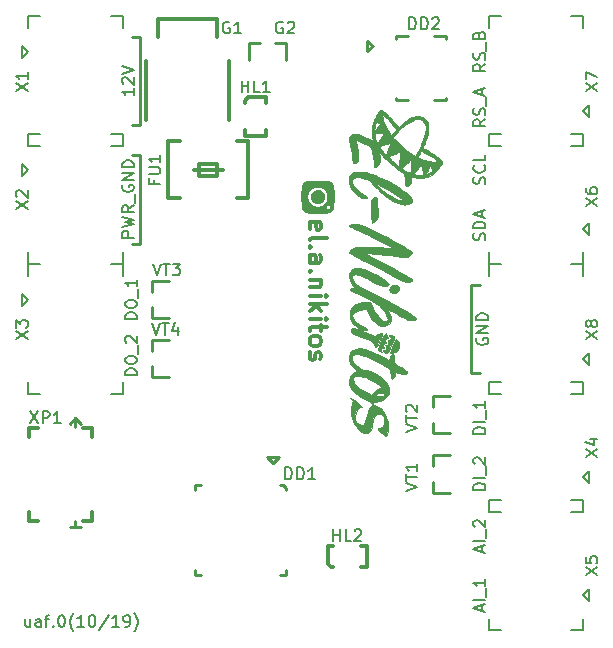
<source format=gbr>
G04 #@! TF.GenerationSoftware,KiCad,Pcbnew,(5.1.2-1)-1*
G04 #@! TF.CreationDate,2019-10-21T00:17:46+03:00*
G04 #@! TF.ProjectId,uaf0,75616630-2e6b-4696-9361-645f70636258,rev?*
G04 #@! TF.SameCoordinates,Original*
G04 #@! TF.FileFunction,Legend,Top*
G04 #@! TF.FilePolarity,Positive*
%FSLAX46Y46*%
G04 Gerber Fmt 4.6, Leading zero omitted, Abs format (unit mm)*
G04 Created by KiCad (PCBNEW (5.1.2-1)-1) date 2019-10-21 00:17:46*
%MOMM*%
%LPD*%
G04 APERTURE LIST*
%ADD10C,0.250000*%
%ADD11C,0.300000*%
%ADD12C,0.200000*%
%ADD13C,0.010000*%
G04 APERTURE END LIST*
D10*
X50500000Y-77000000D02*
X51000000Y-77500000D01*
X50500000Y-77000000D02*
X50000000Y-77500000D01*
X50500000Y-77750000D02*
X50500000Y-77000000D01*
X50000000Y-86250000D02*
X51000000Y-86250000D01*
X50500000Y-85750000D02*
X50500000Y-86250000D01*
D11*
X70392857Y-61035714D02*
X70321428Y-60892857D01*
X70321428Y-60607142D01*
X70392857Y-60464285D01*
X70535714Y-60392857D01*
X71107142Y-60392857D01*
X71250000Y-60464285D01*
X71321428Y-60607142D01*
X71321428Y-60892857D01*
X71250000Y-61035714D01*
X71107142Y-61107142D01*
X70964285Y-61107142D01*
X70821428Y-60392857D01*
X70321428Y-61964285D02*
X70392857Y-61821428D01*
X70535714Y-61750000D01*
X71821428Y-61750000D01*
X70464285Y-62535714D02*
X70392857Y-62607142D01*
X70321428Y-62535714D01*
X70392857Y-62464285D01*
X70464285Y-62535714D01*
X70321428Y-62535714D01*
X70321428Y-63892857D02*
X71107142Y-63892857D01*
X71250000Y-63821428D01*
X71321428Y-63678571D01*
X71321428Y-63392857D01*
X71250000Y-63250000D01*
X70392857Y-63892857D02*
X70321428Y-63750000D01*
X70321428Y-63392857D01*
X70392857Y-63250000D01*
X70535714Y-63178571D01*
X70678571Y-63178571D01*
X70821428Y-63250000D01*
X70892857Y-63392857D01*
X70892857Y-63750000D01*
X70964285Y-63892857D01*
X70464285Y-64607142D02*
X70392857Y-64678571D01*
X70321428Y-64607142D01*
X70392857Y-64535714D01*
X70464285Y-64607142D01*
X70321428Y-64607142D01*
X71321428Y-65321428D02*
X70321428Y-65321428D01*
X71178571Y-65321428D02*
X71250000Y-65392857D01*
X71321428Y-65535714D01*
X71321428Y-65750000D01*
X71250000Y-65892857D01*
X71107142Y-65964285D01*
X70321428Y-65964285D01*
X70321428Y-66678571D02*
X71321428Y-66678571D01*
X71821428Y-66678571D02*
X71750000Y-66607142D01*
X71678571Y-66678571D01*
X71750000Y-66750000D01*
X71821428Y-66678571D01*
X71678571Y-66678571D01*
X70321428Y-67392857D02*
X71821428Y-67392857D01*
X70892857Y-67535714D02*
X70321428Y-67964285D01*
X71321428Y-67964285D02*
X70750000Y-67392857D01*
X70321428Y-68607142D02*
X71321428Y-68607142D01*
X71821428Y-68607142D02*
X71750000Y-68535714D01*
X71678571Y-68607142D01*
X71750000Y-68678571D01*
X71821428Y-68607142D01*
X71678571Y-68607142D01*
X71321428Y-69107142D02*
X71321428Y-69678571D01*
X71821428Y-69321428D02*
X70535714Y-69321428D01*
X70392857Y-69392857D01*
X70321428Y-69535714D01*
X70321428Y-69678571D01*
X70321428Y-70392857D02*
X70392857Y-70250000D01*
X70464285Y-70178571D01*
X70607142Y-70107142D01*
X71035714Y-70107142D01*
X71178571Y-70178571D01*
X71250000Y-70250000D01*
X71321428Y-70392857D01*
X71321428Y-70607142D01*
X71250000Y-70750000D01*
X71178571Y-70821428D01*
X71035714Y-70892857D01*
X70607142Y-70892857D01*
X70464285Y-70821428D01*
X70392857Y-70750000D01*
X70321428Y-70607142D01*
X70321428Y-70392857D01*
X70392857Y-71464285D02*
X70321428Y-71607142D01*
X70321428Y-71892857D01*
X70392857Y-72035714D01*
X70535714Y-72107142D01*
X70607142Y-72107142D01*
X70750000Y-72035714D01*
X70821428Y-71892857D01*
X70821428Y-71678571D01*
X70892857Y-71535714D01*
X71035714Y-71464285D01*
X71107142Y-71464285D01*
X71250000Y-71535714D01*
X71321428Y-71678571D01*
X71321428Y-71892857D01*
X71250000Y-72035714D01*
D12*
X46666666Y-94035714D02*
X46666666Y-94702380D01*
X46238095Y-94035714D02*
X46238095Y-94559523D01*
X46285714Y-94654761D01*
X46380952Y-94702380D01*
X46523809Y-94702380D01*
X46619047Y-94654761D01*
X46666666Y-94607142D01*
X47571428Y-94702380D02*
X47571428Y-94178571D01*
X47523809Y-94083333D01*
X47428571Y-94035714D01*
X47238095Y-94035714D01*
X47142857Y-94083333D01*
X47571428Y-94654761D02*
X47476190Y-94702380D01*
X47238095Y-94702380D01*
X47142857Y-94654761D01*
X47095238Y-94559523D01*
X47095238Y-94464285D01*
X47142857Y-94369047D01*
X47238095Y-94321428D01*
X47476190Y-94321428D01*
X47571428Y-94273809D01*
X47904761Y-94035714D02*
X48285714Y-94035714D01*
X48047619Y-94702380D02*
X48047619Y-93845238D01*
X48095238Y-93750000D01*
X48190476Y-93702380D01*
X48285714Y-93702380D01*
X48619047Y-94607142D02*
X48666666Y-94654761D01*
X48619047Y-94702380D01*
X48571428Y-94654761D01*
X48619047Y-94607142D01*
X48619047Y-94702380D01*
X49285714Y-93702380D02*
X49380952Y-93702380D01*
X49476190Y-93750000D01*
X49523809Y-93797619D01*
X49571428Y-93892857D01*
X49619047Y-94083333D01*
X49619047Y-94321428D01*
X49571428Y-94511904D01*
X49523809Y-94607142D01*
X49476190Y-94654761D01*
X49380952Y-94702380D01*
X49285714Y-94702380D01*
X49190476Y-94654761D01*
X49142857Y-94607142D01*
X49095238Y-94511904D01*
X49047619Y-94321428D01*
X49047619Y-94083333D01*
X49095238Y-93892857D01*
X49142857Y-93797619D01*
X49190476Y-93750000D01*
X49285714Y-93702380D01*
X50333333Y-95083333D02*
X50285714Y-95035714D01*
X50190476Y-94892857D01*
X50142857Y-94797619D01*
X50095238Y-94654761D01*
X50047619Y-94416666D01*
X50047619Y-94226190D01*
X50095238Y-93988095D01*
X50142857Y-93845238D01*
X50190476Y-93750000D01*
X50285714Y-93607142D01*
X50333333Y-93559523D01*
X51238095Y-94702380D02*
X50666666Y-94702380D01*
X50952380Y-94702380D02*
X50952380Y-93702380D01*
X50857142Y-93845238D01*
X50761904Y-93940476D01*
X50666666Y-93988095D01*
X51857142Y-93702380D02*
X51952380Y-93702380D01*
X52047619Y-93750000D01*
X52095238Y-93797619D01*
X52142857Y-93892857D01*
X52190476Y-94083333D01*
X52190476Y-94321428D01*
X52142857Y-94511904D01*
X52095238Y-94607142D01*
X52047619Y-94654761D01*
X51952380Y-94702380D01*
X51857142Y-94702380D01*
X51761904Y-94654761D01*
X51714285Y-94607142D01*
X51666666Y-94511904D01*
X51619047Y-94321428D01*
X51619047Y-94083333D01*
X51666666Y-93892857D01*
X51714285Y-93797619D01*
X51761904Y-93750000D01*
X51857142Y-93702380D01*
X53333333Y-93654761D02*
X52476190Y-94940476D01*
X54190476Y-94702380D02*
X53619047Y-94702380D01*
X53904761Y-94702380D02*
X53904761Y-93702380D01*
X53809523Y-93845238D01*
X53714285Y-93940476D01*
X53619047Y-93988095D01*
X54666666Y-94702380D02*
X54857142Y-94702380D01*
X54952380Y-94654761D01*
X55000000Y-94607142D01*
X55095238Y-94464285D01*
X55142857Y-94273809D01*
X55142857Y-93892857D01*
X55095238Y-93797619D01*
X55047619Y-93750000D01*
X54952380Y-93702380D01*
X54761904Y-93702380D01*
X54666666Y-93750000D01*
X54619047Y-93797619D01*
X54571428Y-93892857D01*
X54571428Y-94130952D01*
X54619047Y-94226190D01*
X54666666Y-94273809D01*
X54761904Y-94321428D01*
X54952380Y-94321428D01*
X55047619Y-94273809D01*
X55095238Y-94226190D01*
X55142857Y-94130952D01*
X55476190Y-95083333D02*
X55523809Y-95035714D01*
X55619047Y-94892857D01*
X55666666Y-94797619D01*
X55714285Y-94654761D01*
X55761904Y-94416666D01*
X55761904Y-94226190D01*
X55714285Y-93988095D01*
X55666666Y-93845238D01*
X55619047Y-93750000D01*
X55523809Y-93607142D01*
X55476190Y-93559523D01*
X55702380Y-68642857D02*
X54702380Y-68642857D01*
X54702380Y-68404761D01*
X54750000Y-68261904D01*
X54845238Y-68166666D01*
X54940476Y-68119047D01*
X55130952Y-68071428D01*
X55273809Y-68071428D01*
X55464285Y-68119047D01*
X55559523Y-68166666D01*
X55654761Y-68261904D01*
X55702380Y-68404761D01*
X55702380Y-68642857D01*
X54702380Y-67452380D02*
X54702380Y-67261904D01*
X54750000Y-67166666D01*
X54845238Y-67071428D01*
X55035714Y-67023809D01*
X55369047Y-67023809D01*
X55559523Y-67071428D01*
X55654761Y-67166666D01*
X55702380Y-67261904D01*
X55702380Y-67452380D01*
X55654761Y-67547619D01*
X55559523Y-67642857D01*
X55369047Y-67690476D01*
X55035714Y-67690476D01*
X54845238Y-67642857D01*
X54750000Y-67547619D01*
X54702380Y-67452380D01*
X55797619Y-66833333D02*
X55797619Y-66071428D01*
X55702380Y-65309523D02*
X55702380Y-65880952D01*
X55702380Y-65595238D02*
X54702380Y-65595238D01*
X54845238Y-65690476D01*
X54940476Y-65785714D01*
X54988095Y-65880952D01*
X55702380Y-73392857D02*
X54702380Y-73392857D01*
X54702380Y-73154761D01*
X54750000Y-73011904D01*
X54845238Y-72916666D01*
X54940476Y-72869047D01*
X55130952Y-72821428D01*
X55273809Y-72821428D01*
X55464285Y-72869047D01*
X55559523Y-72916666D01*
X55654761Y-73011904D01*
X55702380Y-73154761D01*
X55702380Y-73392857D01*
X54702380Y-72202380D02*
X54702380Y-72011904D01*
X54750000Y-71916666D01*
X54845238Y-71821428D01*
X55035714Y-71773809D01*
X55369047Y-71773809D01*
X55559523Y-71821428D01*
X55654761Y-71916666D01*
X55702380Y-72011904D01*
X55702380Y-72202380D01*
X55654761Y-72297619D01*
X55559523Y-72392857D01*
X55369047Y-72440476D01*
X55035714Y-72440476D01*
X54845238Y-72392857D01*
X54750000Y-72297619D01*
X54702380Y-72202380D01*
X55797619Y-71583333D02*
X55797619Y-70821428D01*
X54797619Y-70630952D02*
X54750000Y-70583333D01*
X54702380Y-70488095D01*
X54702380Y-70250000D01*
X54750000Y-70154761D01*
X54797619Y-70107142D01*
X54892857Y-70059523D01*
X54988095Y-70059523D01*
X55130952Y-70107142D01*
X55702380Y-70678571D01*
X55702380Y-70059523D01*
D10*
X84000000Y-65750000D02*
X84000000Y-73250000D01*
X84750000Y-65750000D02*
X84000000Y-65750000D01*
X84000000Y-73250000D02*
X84750000Y-73250000D01*
X56000000Y-44750000D02*
X56000000Y-52250000D01*
X55250000Y-44750000D02*
X56000000Y-44750000D01*
X56000000Y-52250000D02*
X55250000Y-52250000D01*
X56000000Y-62250000D02*
X55250000Y-62250000D01*
X56000000Y-54750000D02*
X56000000Y-62250000D01*
X55250000Y-54750000D02*
X56000000Y-54750000D01*
D12*
X55452380Y-61738095D02*
X54452380Y-61738095D01*
X54452380Y-61357142D01*
X54500000Y-61261904D01*
X54547619Y-61214285D01*
X54642857Y-61166666D01*
X54785714Y-61166666D01*
X54880952Y-61214285D01*
X54928571Y-61261904D01*
X54976190Y-61357142D01*
X54976190Y-61738095D01*
X54452380Y-60833333D02*
X55452380Y-60595238D01*
X54738095Y-60404761D01*
X55452380Y-60214285D01*
X54452380Y-59976190D01*
X55452380Y-59023809D02*
X54976190Y-59357142D01*
X55452380Y-59595238D02*
X54452380Y-59595238D01*
X54452380Y-59214285D01*
X54500000Y-59119047D01*
X54547619Y-59071428D01*
X54642857Y-59023809D01*
X54785714Y-59023809D01*
X54880952Y-59071428D01*
X54928571Y-59119047D01*
X54976190Y-59214285D01*
X54976190Y-59595238D01*
X55547619Y-58833333D02*
X55547619Y-58071428D01*
X54500000Y-57309523D02*
X54452380Y-57404761D01*
X54452380Y-57547619D01*
X54500000Y-57690476D01*
X54595238Y-57785714D01*
X54690476Y-57833333D01*
X54880952Y-57880952D01*
X55023809Y-57880952D01*
X55214285Y-57833333D01*
X55309523Y-57785714D01*
X55404761Y-57690476D01*
X55452380Y-57547619D01*
X55452380Y-57452380D01*
X55404761Y-57309523D01*
X55357142Y-57261904D01*
X55023809Y-57261904D01*
X55023809Y-57452380D01*
X55452380Y-56833333D02*
X54452380Y-56833333D01*
X55452380Y-56261904D01*
X54452380Y-56261904D01*
X55452380Y-55785714D02*
X54452380Y-55785714D01*
X54452380Y-55547619D01*
X54500000Y-55404761D01*
X54595238Y-55309523D01*
X54690476Y-55261904D01*
X54880952Y-55214285D01*
X55023809Y-55214285D01*
X55214285Y-55261904D01*
X55309523Y-55309523D01*
X55404761Y-55404761D01*
X55452380Y-55547619D01*
X55452380Y-55785714D01*
X55452380Y-49119047D02*
X55452380Y-49690476D01*
X55452380Y-49404761D02*
X54452380Y-49404761D01*
X54595238Y-49500000D01*
X54690476Y-49595238D01*
X54738095Y-49690476D01*
X54547619Y-48738095D02*
X54500000Y-48690476D01*
X54452380Y-48595238D01*
X54452380Y-48357142D01*
X54500000Y-48261904D01*
X54547619Y-48214285D01*
X54642857Y-48166666D01*
X54738095Y-48166666D01*
X54880952Y-48214285D01*
X55452380Y-48785714D01*
X55452380Y-48166666D01*
X54452380Y-47880952D02*
X55452380Y-47547619D01*
X54452380Y-47214285D01*
X84916666Y-88333333D02*
X84916666Y-87857142D01*
X85202380Y-88428571D02*
X84202380Y-88095238D01*
X85202380Y-87761904D01*
X85202380Y-87428571D02*
X84202380Y-87428571D01*
X85297619Y-87190476D02*
X85297619Y-86428571D01*
X84297619Y-86238095D02*
X84250000Y-86190476D01*
X84202380Y-86095238D01*
X84202380Y-85857142D01*
X84250000Y-85761904D01*
X84297619Y-85714285D01*
X84392857Y-85666666D01*
X84488095Y-85666666D01*
X84630952Y-85714285D01*
X85202380Y-86285714D01*
X85202380Y-85666666D01*
X84916666Y-93333333D02*
X84916666Y-92857142D01*
X85202380Y-93428571D02*
X84202380Y-93095238D01*
X85202380Y-92761904D01*
X85202380Y-92428571D02*
X84202380Y-92428571D01*
X85297619Y-92190476D02*
X85297619Y-91428571D01*
X85202380Y-90666666D02*
X85202380Y-91238095D01*
X85202380Y-90952380D02*
X84202380Y-90952380D01*
X84345238Y-91047619D01*
X84440476Y-91142857D01*
X84488095Y-91238095D01*
X85202380Y-78357142D02*
X84202380Y-78357142D01*
X84202380Y-78119047D01*
X84250000Y-77976190D01*
X84345238Y-77880952D01*
X84440476Y-77833333D01*
X84630952Y-77785714D01*
X84773809Y-77785714D01*
X84964285Y-77833333D01*
X85059523Y-77880952D01*
X85154761Y-77976190D01*
X85202380Y-78119047D01*
X85202380Y-78357142D01*
X85202380Y-77357142D02*
X84202380Y-77357142D01*
X85297619Y-77119047D02*
X85297619Y-76357142D01*
X85202380Y-75595238D02*
X85202380Y-76166666D01*
X85202380Y-75880952D02*
X84202380Y-75880952D01*
X84345238Y-75976190D01*
X84440476Y-76071428D01*
X84488095Y-76166666D01*
X85202380Y-83107142D02*
X84202380Y-83107142D01*
X84202380Y-82869047D01*
X84250000Y-82726190D01*
X84345238Y-82630952D01*
X84440476Y-82583333D01*
X84630952Y-82535714D01*
X84773809Y-82535714D01*
X84964285Y-82583333D01*
X85059523Y-82630952D01*
X85154761Y-82726190D01*
X85202380Y-82869047D01*
X85202380Y-83107142D01*
X85202380Y-82107142D02*
X84202380Y-82107142D01*
X85297619Y-81869047D02*
X85297619Y-81107142D01*
X84297619Y-80916666D02*
X84250000Y-80869047D01*
X84202380Y-80773809D01*
X84202380Y-80535714D01*
X84250000Y-80440476D01*
X84297619Y-80392857D01*
X84392857Y-80345238D01*
X84488095Y-80345238D01*
X84630952Y-80392857D01*
X85202380Y-80964285D01*
X85202380Y-80345238D01*
X84500000Y-70261904D02*
X84452380Y-70357142D01*
X84452380Y-70500000D01*
X84500000Y-70642857D01*
X84595238Y-70738095D01*
X84690476Y-70785714D01*
X84880952Y-70833333D01*
X85023809Y-70833333D01*
X85214285Y-70785714D01*
X85309523Y-70738095D01*
X85404761Y-70642857D01*
X85452380Y-70500000D01*
X85452380Y-70404761D01*
X85404761Y-70261904D01*
X85357142Y-70214285D01*
X85023809Y-70214285D01*
X85023809Y-70404761D01*
X85452380Y-69785714D02*
X84452380Y-69785714D01*
X85452380Y-69214285D01*
X84452380Y-69214285D01*
X85452380Y-68738095D02*
X84452380Y-68738095D01*
X84452380Y-68500000D01*
X84500000Y-68357142D01*
X84595238Y-68261904D01*
X84690476Y-68214285D01*
X84880952Y-68166666D01*
X85023809Y-68166666D01*
X85214285Y-68214285D01*
X85309523Y-68261904D01*
X85404761Y-68357142D01*
X85452380Y-68500000D01*
X85452380Y-68738095D01*
X85202380Y-47047619D02*
X84726190Y-47380952D01*
X85202380Y-47619047D02*
X84202380Y-47619047D01*
X84202380Y-47238095D01*
X84250000Y-47142857D01*
X84297619Y-47095238D01*
X84392857Y-47047619D01*
X84535714Y-47047619D01*
X84630952Y-47095238D01*
X84678571Y-47142857D01*
X84726190Y-47238095D01*
X84726190Y-47619047D01*
X85154761Y-46666666D02*
X85202380Y-46523809D01*
X85202380Y-46285714D01*
X85154761Y-46190476D01*
X85107142Y-46142857D01*
X85011904Y-46095238D01*
X84916666Y-46095238D01*
X84821428Y-46142857D01*
X84773809Y-46190476D01*
X84726190Y-46285714D01*
X84678571Y-46476190D01*
X84630952Y-46571428D01*
X84583333Y-46619047D01*
X84488095Y-46666666D01*
X84392857Y-46666666D01*
X84297619Y-46619047D01*
X84250000Y-46571428D01*
X84202380Y-46476190D01*
X84202380Y-46238095D01*
X84250000Y-46095238D01*
X85297619Y-45904761D02*
X85297619Y-45142857D01*
X84678571Y-44571428D02*
X84726190Y-44428571D01*
X84773809Y-44380952D01*
X84869047Y-44333333D01*
X85011904Y-44333333D01*
X85107142Y-44380952D01*
X85154761Y-44428571D01*
X85202380Y-44523809D01*
X85202380Y-44904761D01*
X84202380Y-44904761D01*
X84202380Y-44571428D01*
X84250000Y-44476190D01*
X84297619Y-44428571D01*
X84392857Y-44380952D01*
X84488095Y-44380952D01*
X84583333Y-44428571D01*
X84630952Y-44476190D01*
X84678571Y-44571428D01*
X84678571Y-44904761D01*
X85202380Y-51726190D02*
X84726190Y-52059523D01*
X85202380Y-52297619D02*
X84202380Y-52297619D01*
X84202380Y-51916666D01*
X84250000Y-51821428D01*
X84297619Y-51773809D01*
X84392857Y-51726190D01*
X84535714Y-51726190D01*
X84630952Y-51773809D01*
X84678571Y-51821428D01*
X84726190Y-51916666D01*
X84726190Y-52297619D01*
X85154761Y-51345238D02*
X85202380Y-51202380D01*
X85202380Y-50964285D01*
X85154761Y-50869047D01*
X85107142Y-50821428D01*
X85011904Y-50773809D01*
X84916666Y-50773809D01*
X84821428Y-50821428D01*
X84773809Y-50869047D01*
X84726190Y-50964285D01*
X84678571Y-51154761D01*
X84630952Y-51250000D01*
X84583333Y-51297619D01*
X84488095Y-51345238D01*
X84392857Y-51345238D01*
X84297619Y-51297619D01*
X84250000Y-51250000D01*
X84202380Y-51154761D01*
X84202380Y-50916666D01*
X84250000Y-50773809D01*
X85297619Y-50583333D02*
X85297619Y-49821428D01*
X84916666Y-49630952D02*
X84916666Y-49154761D01*
X85202380Y-49726190D02*
X84202380Y-49392857D01*
X85202380Y-49059523D01*
X85154761Y-57190476D02*
X85202380Y-57047619D01*
X85202380Y-56809523D01*
X85154761Y-56714285D01*
X85107142Y-56666666D01*
X85011904Y-56619047D01*
X84916666Y-56619047D01*
X84821428Y-56666666D01*
X84773809Y-56714285D01*
X84726190Y-56809523D01*
X84678571Y-57000000D01*
X84630952Y-57095238D01*
X84583333Y-57142857D01*
X84488095Y-57190476D01*
X84392857Y-57190476D01*
X84297619Y-57142857D01*
X84250000Y-57095238D01*
X84202380Y-57000000D01*
X84202380Y-56761904D01*
X84250000Y-56619047D01*
X85107142Y-55619047D02*
X85154761Y-55666666D01*
X85202380Y-55809523D01*
X85202380Y-55904761D01*
X85154761Y-56047619D01*
X85059523Y-56142857D01*
X84964285Y-56190476D01*
X84773809Y-56238095D01*
X84630952Y-56238095D01*
X84440476Y-56190476D01*
X84345238Y-56142857D01*
X84250000Y-56047619D01*
X84202380Y-55904761D01*
X84202380Y-55809523D01*
X84250000Y-55666666D01*
X84297619Y-55619047D01*
X85202380Y-54714285D02*
X85202380Y-55190476D01*
X84202380Y-55190476D01*
X85154761Y-61964285D02*
X85202380Y-61821428D01*
X85202380Y-61583333D01*
X85154761Y-61488095D01*
X85107142Y-61440476D01*
X85011904Y-61392857D01*
X84916666Y-61392857D01*
X84821428Y-61440476D01*
X84773809Y-61488095D01*
X84726190Y-61583333D01*
X84678571Y-61773809D01*
X84630952Y-61869047D01*
X84583333Y-61916666D01*
X84488095Y-61964285D01*
X84392857Y-61964285D01*
X84297619Y-61916666D01*
X84250000Y-61869047D01*
X84202380Y-61773809D01*
X84202380Y-61535714D01*
X84250000Y-61392857D01*
X85202380Y-60964285D02*
X84202380Y-60964285D01*
X84202380Y-60726190D01*
X84250000Y-60583333D01*
X84345238Y-60488095D01*
X84440476Y-60440476D01*
X84630952Y-60392857D01*
X84773809Y-60392857D01*
X84964285Y-60440476D01*
X85059523Y-60488095D01*
X85154761Y-60583333D01*
X85202380Y-60726190D01*
X85202380Y-60964285D01*
X84916666Y-60011904D02*
X84916666Y-59535714D01*
X85202380Y-60107142D02*
X84202380Y-59773809D01*
X85202380Y-59440476D01*
D13*
G36*
X71546978Y-58353527D02*
G01*
X71543973Y-58372941D01*
X71531546Y-58427694D01*
X71513762Y-58480271D01*
X71490939Y-58530368D01*
X71463394Y-58577683D01*
X71431447Y-58621911D01*
X71395415Y-58662749D01*
X71355617Y-58699894D01*
X71312370Y-58733042D01*
X71265992Y-58761890D01*
X71216803Y-58786135D01*
X71165119Y-58805473D01*
X71111259Y-58819601D01*
X71068083Y-58826791D01*
X71047193Y-58828600D01*
X71022279Y-58829463D01*
X70994958Y-58829435D01*
X70966848Y-58828570D01*
X70939568Y-58826920D01*
X70914734Y-58824540D01*
X70893965Y-58821483D01*
X70891093Y-58820928D01*
X70834862Y-58806663D01*
X70781382Y-58787093D01*
X70730672Y-58762228D01*
X70682748Y-58732077D01*
X70637630Y-58696652D01*
X70597696Y-58658451D01*
X70569936Y-58627360D01*
X70546033Y-58595980D01*
X70524617Y-58562363D01*
X70505983Y-58527877D01*
X70485617Y-58483493D01*
X70469887Y-58439892D01*
X70458332Y-58395425D01*
X70450494Y-58348446D01*
X70447293Y-58317257D01*
X70445922Y-58299711D01*
X70445078Y-58286072D01*
X70444766Y-58274459D01*
X70444988Y-58262992D01*
X70445748Y-58249788D01*
X70447048Y-58232968D01*
X70447442Y-58228159D01*
X70454792Y-58174509D01*
X70467758Y-58121450D01*
X70486017Y-58069626D01*
X70509243Y-58019679D01*
X70537114Y-57972252D01*
X70569303Y-57927987D01*
X70605489Y-57887526D01*
X70631776Y-57862893D01*
X70677338Y-57827070D01*
X70725532Y-57796476D01*
X70775987Y-57771186D01*
X70828330Y-57751274D01*
X70882190Y-57736814D01*
X70937194Y-57727881D01*
X70992970Y-57724549D01*
X71049146Y-57726892D01*
X71105349Y-57734986D01*
X71161209Y-57748905D01*
X71176693Y-57753841D01*
X71228813Y-57774319D01*
X71277835Y-57799671D01*
X71323547Y-57829541D01*
X71365735Y-57863567D01*
X71404187Y-57901392D01*
X71438689Y-57942656D01*
X71469029Y-57987002D01*
X71494994Y-58034068D01*
X71516370Y-58083498D01*
X71532946Y-58134932D01*
X71544507Y-58188010D01*
X71550841Y-58242375D01*
X71551736Y-58297667D01*
X71546978Y-58353527D01*
X71546978Y-58353527D01*
G37*
X71546978Y-58353527D02*
X71543973Y-58372941D01*
X71531546Y-58427694D01*
X71513762Y-58480271D01*
X71490939Y-58530368D01*
X71463394Y-58577683D01*
X71431447Y-58621911D01*
X71395415Y-58662749D01*
X71355617Y-58699894D01*
X71312370Y-58733042D01*
X71265992Y-58761890D01*
X71216803Y-58786135D01*
X71165119Y-58805473D01*
X71111259Y-58819601D01*
X71068083Y-58826791D01*
X71047193Y-58828600D01*
X71022279Y-58829463D01*
X70994958Y-58829435D01*
X70966848Y-58828570D01*
X70939568Y-58826920D01*
X70914734Y-58824540D01*
X70893965Y-58821483D01*
X70891093Y-58820928D01*
X70834862Y-58806663D01*
X70781382Y-58787093D01*
X70730672Y-58762228D01*
X70682748Y-58732077D01*
X70637630Y-58696652D01*
X70597696Y-58658451D01*
X70569936Y-58627360D01*
X70546033Y-58595980D01*
X70524617Y-58562363D01*
X70505983Y-58527877D01*
X70485617Y-58483493D01*
X70469887Y-58439892D01*
X70458332Y-58395425D01*
X70450494Y-58348446D01*
X70447293Y-58317257D01*
X70445922Y-58299711D01*
X70445078Y-58286072D01*
X70444766Y-58274459D01*
X70444988Y-58262992D01*
X70445748Y-58249788D01*
X70447048Y-58232968D01*
X70447442Y-58228159D01*
X70454792Y-58174509D01*
X70467758Y-58121450D01*
X70486017Y-58069626D01*
X70509243Y-58019679D01*
X70537114Y-57972252D01*
X70569303Y-57927987D01*
X70605489Y-57887526D01*
X70631776Y-57862893D01*
X70677338Y-57827070D01*
X70725532Y-57796476D01*
X70775987Y-57771186D01*
X70828330Y-57751274D01*
X70882190Y-57736814D01*
X70937194Y-57727881D01*
X70992970Y-57724549D01*
X71049146Y-57726892D01*
X71105349Y-57734986D01*
X71161209Y-57748905D01*
X71176693Y-57753841D01*
X71228813Y-57774319D01*
X71277835Y-57799671D01*
X71323547Y-57829541D01*
X71365735Y-57863567D01*
X71404187Y-57901392D01*
X71438689Y-57942656D01*
X71469029Y-57987002D01*
X71494994Y-58034068D01*
X71516370Y-58083498D01*
X71532946Y-58134932D01*
X71544507Y-58188010D01*
X71550841Y-58242375D01*
X71551736Y-58297667D01*
X71546978Y-58353527D01*
G36*
X72365116Y-58306069D02*
G01*
X72364937Y-58318066D01*
X72364626Y-58333167D01*
X72364180Y-58351725D01*
X72363595Y-58374091D01*
X72362865Y-58400615D01*
X72361989Y-58431650D01*
X72360960Y-58467546D01*
X72359776Y-58508654D01*
X72358431Y-58555326D01*
X72358189Y-58563765D01*
X72355956Y-58640435D01*
X72353835Y-58711147D01*
X72351825Y-58775915D01*
X72349927Y-58834757D01*
X72348139Y-58887689D01*
X72346461Y-58934727D01*
X72344891Y-58975887D01*
X72343430Y-59011186D01*
X72342078Y-59040641D01*
X72340832Y-59064267D01*
X72339693Y-59082080D01*
X72338660Y-59094098D01*
X72338483Y-59095671D01*
X72328712Y-59153018D01*
X72313435Y-59208544D01*
X72292930Y-59261932D01*
X72267474Y-59312864D01*
X72237346Y-59361023D01*
X72202822Y-59406093D01*
X72164180Y-59447758D01*
X72121699Y-59485699D01*
X72075656Y-59519600D01*
X72026329Y-59549145D01*
X71973995Y-59574016D01*
X71918932Y-59593896D01*
X71896096Y-59600409D01*
X71871165Y-59606627D01*
X71848203Y-59611470D01*
X71825551Y-59615179D01*
X71801551Y-59617994D01*
X71774544Y-59620155D01*
X71750047Y-59621555D01*
X71715893Y-59623104D01*
X71676746Y-59624599D01*
X71633080Y-59626036D01*
X71585371Y-59627410D01*
X71534093Y-59628715D01*
X71479719Y-59629947D01*
X71422726Y-59631102D01*
X71363587Y-59632174D01*
X71302776Y-59633159D01*
X71240770Y-59634052D01*
X71178041Y-59634848D01*
X71115064Y-59635542D01*
X71052315Y-59636130D01*
X70990267Y-59636606D01*
X70929396Y-59636967D01*
X70870175Y-59637206D01*
X70813079Y-59637320D01*
X70758583Y-59637304D01*
X70707162Y-59637152D01*
X70659289Y-59636860D01*
X70615440Y-59636423D01*
X70576089Y-59635837D01*
X70541710Y-59635096D01*
X70512779Y-59634196D01*
X70509929Y-59634086D01*
X70455334Y-59631905D01*
X70406443Y-59629882D01*
X70362987Y-59628004D01*
X70324696Y-59626256D01*
X70291300Y-59624624D01*
X70262529Y-59623094D01*
X70238113Y-59621652D01*
X70217783Y-59620283D01*
X70201270Y-59618974D01*
X70188302Y-59617711D01*
X70181372Y-59616870D01*
X70122117Y-59605977D01*
X70064936Y-59589655D01*
X70010143Y-59568124D01*
X69958050Y-59541606D01*
X69908968Y-59510324D01*
X69863212Y-59474499D01*
X69821092Y-59434352D01*
X69782921Y-59390106D01*
X69749011Y-59341982D01*
X69719675Y-59290202D01*
X69718778Y-59288412D01*
X69695457Y-59235909D01*
X69677206Y-59181774D01*
X69663856Y-59125354D01*
X69655240Y-59065999D01*
X69652344Y-59029938D01*
X69650504Y-58994651D01*
X69648759Y-58953918D01*
X69647116Y-58908271D01*
X69645581Y-58858238D01*
X69644162Y-58804351D01*
X69642865Y-58747139D01*
X69641696Y-58687134D01*
X69640661Y-58624865D01*
X69639768Y-58560862D01*
X69639023Y-58495657D01*
X69638432Y-58429779D01*
X69638002Y-58363758D01*
X69637739Y-58298126D01*
X69637651Y-58233411D01*
X69637743Y-58170145D01*
X69638022Y-58108858D01*
X69638495Y-58050080D01*
X69639168Y-57994342D01*
X69639389Y-57979565D01*
X69640242Y-57929746D01*
X69641226Y-57880139D01*
X69642326Y-57831201D01*
X69643526Y-57783385D01*
X69644810Y-57737146D01*
X69646162Y-57692939D01*
X69647567Y-57651218D01*
X69649009Y-57612437D01*
X69650472Y-57577053D01*
X69651940Y-57545518D01*
X69653397Y-57518288D01*
X69654827Y-57495817D01*
X69656216Y-57478560D01*
X69657123Y-57470071D01*
X69667529Y-57410124D01*
X69683465Y-57351913D01*
X69704740Y-57295828D01*
X69731165Y-57242260D01*
X69762553Y-57191599D01*
X69798712Y-57144235D01*
X69833010Y-57106910D01*
X69877054Y-57067001D01*
X69924347Y-57032043D01*
X69974612Y-57002180D01*
X70027575Y-56977558D01*
X70082960Y-56958320D01*
X70140491Y-56944610D01*
X70143798Y-56944004D01*
X70151420Y-56942659D01*
X70158990Y-56941410D01*
X70166742Y-56940253D01*
X70174908Y-56939185D01*
X70183722Y-56938203D01*
X70193416Y-56937301D01*
X70204224Y-56936478D01*
X70216378Y-56935730D01*
X70230113Y-56935052D01*
X70245660Y-56934442D01*
X70263254Y-56933896D01*
X70283127Y-56933411D01*
X70305512Y-56932982D01*
X70330642Y-56932606D01*
X70358751Y-56932280D01*
X70390072Y-56932001D01*
X70424837Y-56931764D01*
X70463281Y-56931566D01*
X70505635Y-56931404D01*
X70552133Y-56931274D01*
X70603008Y-56931172D01*
X70658493Y-56931095D01*
X70718822Y-56931040D01*
X70784227Y-56931002D01*
X70854942Y-56930979D01*
X70931199Y-56930967D01*
X70981632Y-56930964D01*
X70981632Y-57420234D01*
X70911732Y-57423566D01*
X70842491Y-57432772D01*
X70774130Y-57447819D01*
X70706871Y-57468674D01*
X70640936Y-57495302D01*
X70611778Y-57509148D01*
X70548964Y-57543491D01*
X70490338Y-57581992D01*
X70435633Y-57624874D01*
X70384577Y-57672363D01*
X70336901Y-57724684D01*
X70305313Y-57764412D01*
X70264964Y-57822970D01*
X70229674Y-57884592D01*
X70199565Y-57948972D01*
X70174760Y-58015806D01*
X70155382Y-58084786D01*
X70141553Y-58155608D01*
X70137984Y-58181271D01*
X70136352Y-58199150D01*
X70135231Y-58221524D01*
X70134603Y-58247116D01*
X70134454Y-58274648D01*
X70134767Y-58302841D01*
X70135526Y-58330417D01*
X70136714Y-58356099D01*
X70138317Y-58378609D01*
X70140317Y-58396667D01*
X70140728Y-58399412D01*
X70154862Y-58471281D01*
X70174136Y-58540184D01*
X70198669Y-58606396D01*
X70228578Y-58670192D01*
X70263982Y-58731848D01*
X70305000Y-58791638D01*
X70315748Y-58805812D01*
X70328768Y-58821635D01*
X70345351Y-58840213D01*
X70364450Y-58860498D01*
X70385018Y-58881440D01*
X70406010Y-58901991D01*
X70426378Y-58921101D01*
X70445075Y-58937722D01*
X70458254Y-58948621D01*
X70516681Y-58990997D01*
X70577948Y-59028129D01*
X70641934Y-59059966D01*
X70708515Y-59086455D01*
X70777571Y-59107544D01*
X70848980Y-59123181D01*
X70875988Y-59127577D01*
X70895886Y-59129828D01*
X70920392Y-59131507D01*
X70948164Y-59132613D01*
X70977861Y-59133148D01*
X71008142Y-59133111D01*
X71037664Y-59132502D01*
X71065088Y-59131321D01*
X71089070Y-59129568D01*
X71106082Y-59127579D01*
X71177057Y-59114130D01*
X71246294Y-59095098D01*
X71313457Y-59070628D01*
X71378208Y-59040868D01*
X71440208Y-59005964D01*
X71499121Y-58966062D01*
X71525929Y-58945398D01*
X71575797Y-58901753D01*
X71622633Y-58853538D01*
X71665997Y-58801406D01*
X71705448Y-58746011D01*
X71740543Y-58688005D01*
X71770843Y-58628043D01*
X71795905Y-58566778D01*
X71809477Y-58525560D01*
X71822535Y-58477875D01*
X71832391Y-58432858D01*
X71839320Y-58388612D01*
X71843596Y-58343242D01*
X71845492Y-58294852D01*
X71845646Y-58275382D01*
X71843419Y-58207972D01*
X71836543Y-58143676D01*
X71824810Y-58081607D01*
X71808013Y-58020881D01*
X71785946Y-57960612D01*
X71758399Y-57899915D01*
X71757064Y-57897232D01*
X71725638Y-57839503D01*
X71690958Y-57785961D01*
X71652193Y-57735452D01*
X71608511Y-57686826D01*
X71596407Y-57674511D01*
X71542980Y-57625198D01*
X71486456Y-57580970D01*
X71426988Y-57541905D01*
X71364727Y-57508078D01*
X71299824Y-57479570D01*
X71232432Y-57456457D01*
X71162702Y-57438818D01*
X71122517Y-57431332D01*
X71051968Y-57422812D01*
X70981632Y-57420234D01*
X70981632Y-56930964D01*
X71001494Y-56930962D01*
X71082280Y-56930961D01*
X71157323Y-56930967D01*
X71226860Y-56930984D01*
X71291124Y-56931015D01*
X71350349Y-56931064D01*
X71404771Y-56931135D01*
X71454624Y-56931231D01*
X71500142Y-56931356D01*
X71541560Y-56931513D01*
X71579112Y-56931707D01*
X71613034Y-56931940D01*
X71643559Y-56932217D01*
X71670923Y-56932541D01*
X71695359Y-56932915D01*
X71717102Y-56933344D01*
X71736388Y-56933831D01*
X71753449Y-56934379D01*
X71768522Y-56934992D01*
X71781840Y-56935674D01*
X71793639Y-56936429D01*
X71804151Y-56937260D01*
X71813614Y-56938170D01*
X71822259Y-56939164D01*
X71830323Y-56940245D01*
X71838040Y-56941416D01*
X71845645Y-56942681D01*
X71853371Y-56944045D01*
X71853987Y-56944156D01*
X71875684Y-56949183D01*
X71875684Y-58962008D01*
X71843282Y-58965919D01*
X71826247Y-58970287D01*
X71796606Y-58982222D01*
X71768828Y-58999023D01*
X71743878Y-59019879D01*
X71722719Y-59043977D01*
X71706315Y-59070508D01*
X71705695Y-59071765D01*
X71699527Y-59085260D01*
X71693931Y-59099005D01*
X71689854Y-59110623D01*
X71689000Y-59113600D01*
X71686374Y-59128523D01*
X71684960Y-59147193D01*
X71684759Y-59167504D01*
X71685772Y-59187350D01*
X71687999Y-59204627D01*
X71688958Y-59209224D01*
X71697577Y-59236419D01*
X71710386Y-59261353D01*
X71728059Y-59285188D01*
X71741005Y-59299171D01*
X71766756Y-59321798D01*
X71793795Y-59338786D01*
X71822699Y-59350357D01*
X71854045Y-59356736D01*
X71888408Y-59358144D01*
X71893053Y-59357976D01*
X71925820Y-59354280D01*
X71955394Y-59345989D01*
X71982628Y-59332722D01*
X72008376Y-59314099D01*
X72024106Y-59299558D01*
X72036643Y-59286174D01*
X72046146Y-59273655D01*
X72054452Y-59259407D01*
X72059003Y-59250252D01*
X72068188Y-59229598D01*
X72074349Y-59211576D01*
X72077981Y-59193993D01*
X72079581Y-59174650D01*
X72079753Y-59158424D01*
X72079212Y-59140944D01*
X72077720Y-59126920D01*
X72074915Y-59113860D01*
X72071713Y-59103142D01*
X72058592Y-59071572D01*
X72041096Y-59043375D01*
X72019787Y-59018853D01*
X71995225Y-58998310D01*
X71967973Y-58982050D01*
X71938591Y-58970377D01*
X71907641Y-58963595D01*
X71875684Y-58962008D01*
X71875684Y-56949183D01*
X71911294Y-56957435D01*
X71966291Y-56976086D01*
X72018690Y-56999855D01*
X72068203Y-57028491D01*
X72114544Y-57061739D01*
X72157422Y-57099347D01*
X72196552Y-57141063D01*
X72231645Y-57186634D01*
X72262413Y-57235807D01*
X72288568Y-57288330D01*
X72309823Y-57343949D01*
X72310024Y-57344565D01*
X72317892Y-57369719D01*
X72324418Y-57393250D01*
X72329758Y-57416194D01*
X72334073Y-57439585D01*
X72337520Y-57464458D01*
X72340259Y-57491848D01*
X72342446Y-57522789D01*
X72344241Y-57558316D01*
X72344791Y-57571671D01*
X72345843Y-57597815D01*
X72347051Y-57626931D01*
X72348326Y-57656914D01*
X72349578Y-57685657D01*
X72350717Y-57711057D01*
X72350972Y-57716600D01*
X72351494Y-57730562D01*
X72352031Y-57749883D01*
X72352572Y-57773942D01*
X72353108Y-57802123D01*
X72353630Y-57833806D01*
X72354129Y-57868374D01*
X72354594Y-57905208D01*
X72355017Y-57943689D01*
X72355389Y-57983199D01*
X72355699Y-58023119D01*
X72355763Y-58032606D01*
X72356070Y-58077650D01*
X72356369Y-58117068D01*
X72356669Y-58151213D01*
X72356979Y-58180434D01*
X72357305Y-58205085D01*
X72357657Y-58225516D01*
X72358043Y-58242078D01*
X72358471Y-58255123D01*
X72358948Y-58265002D01*
X72359483Y-58272066D01*
X72360085Y-58276666D01*
X72360761Y-58279155D01*
X72361499Y-58279883D01*
X72362317Y-58279738D01*
X72363040Y-58279537D01*
X72363665Y-58279631D01*
X72364188Y-58280372D01*
X72364603Y-58282111D01*
X72364908Y-58285199D01*
X72365098Y-58289987D01*
X72365169Y-58296827D01*
X72365116Y-58306069D01*
X72365116Y-58306069D01*
G37*
X72365116Y-58306069D02*
X72364937Y-58318066D01*
X72364626Y-58333167D01*
X72364180Y-58351725D01*
X72363595Y-58374091D01*
X72362865Y-58400615D01*
X72361989Y-58431650D01*
X72360960Y-58467546D01*
X72359776Y-58508654D01*
X72358431Y-58555326D01*
X72358189Y-58563765D01*
X72355956Y-58640435D01*
X72353835Y-58711147D01*
X72351825Y-58775915D01*
X72349927Y-58834757D01*
X72348139Y-58887689D01*
X72346461Y-58934727D01*
X72344891Y-58975887D01*
X72343430Y-59011186D01*
X72342078Y-59040641D01*
X72340832Y-59064267D01*
X72339693Y-59082080D01*
X72338660Y-59094098D01*
X72338483Y-59095671D01*
X72328712Y-59153018D01*
X72313435Y-59208544D01*
X72292930Y-59261932D01*
X72267474Y-59312864D01*
X72237346Y-59361023D01*
X72202822Y-59406093D01*
X72164180Y-59447758D01*
X72121699Y-59485699D01*
X72075656Y-59519600D01*
X72026329Y-59549145D01*
X71973995Y-59574016D01*
X71918932Y-59593896D01*
X71896096Y-59600409D01*
X71871165Y-59606627D01*
X71848203Y-59611470D01*
X71825551Y-59615179D01*
X71801551Y-59617994D01*
X71774544Y-59620155D01*
X71750047Y-59621555D01*
X71715893Y-59623104D01*
X71676746Y-59624599D01*
X71633080Y-59626036D01*
X71585371Y-59627410D01*
X71534093Y-59628715D01*
X71479719Y-59629947D01*
X71422726Y-59631102D01*
X71363587Y-59632174D01*
X71302776Y-59633159D01*
X71240770Y-59634052D01*
X71178041Y-59634848D01*
X71115064Y-59635542D01*
X71052315Y-59636130D01*
X70990267Y-59636606D01*
X70929396Y-59636967D01*
X70870175Y-59637206D01*
X70813079Y-59637320D01*
X70758583Y-59637304D01*
X70707162Y-59637152D01*
X70659289Y-59636860D01*
X70615440Y-59636423D01*
X70576089Y-59635837D01*
X70541710Y-59635096D01*
X70512779Y-59634196D01*
X70509929Y-59634086D01*
X70455334Y-59631905D01*
X70406443Y-59629882D01*
X70362987Y-59628004D01*
X70324696Y-59626256D01*
X70291300Y-59624624D01*
X70262529Y-59623094D01*
X70238113Y-59621652D01*
X70217783Y-59620283D01*
X70201270Y-59618974D01*
X70188302Y-59617711D01*
X70181372Y-59616870D01*
X70122117Y-59605977D01*
X70064936Y-59589655D01*
X70010143Y-59568124D01*
X69958050Y-59541606D01*
X69908968Y-59510324D01*
X69863212Y-59474499D01*
X69821092Y-59434352D01*
X69782921Y-59390106D01*
X69749011Y-59341982D01*
X69719675Y-59290202D01*
X69718778Y-59288412D01*
X69695457Y-59235909D01*
X69677206Y-59181774D01*
X69663856Y-59125354D01*
X69655240Y-59065999D01*
X69652344Y-59029938D01*
X69650504Y-58994651D01*
X69648759Y-58953918D01*
X69647116Y-58908271D01*
X69645581Y-58858238D01*
X69644162Y-58804351D01*
X69642865Y-58747139D01*
X69641696Y-58687134D01*
X69640661Y-58624865D01*
X69639768Y-58560862D01*
X69639023Y-58495657D01*
X69638432Y-58429779D01*
X69638002Y-58363758D01*
X69637739Y-58298126D01*
X69637651Y-58233411D01*
X69637743Y-58170145D01*
X69638022Y-58108858D01*
X69638495Y-58050080D01*
X69639168Y-57994342D01*
X69639389Y-57979565D01*
X69640242Y-57929746D01*
X69641226Y-57880139D01*
X69642326Y-57831201D01*
X69643526Y-57783385D01*
X69644810Y-57737146D01*
X69646162Y-57692939D01*
X69647567Y-57651218D01*
X69649009Y-57612437D01*
X69650472Y-57577053D01*
X69651940Y-57545518D01*
X69653397Y-57518288D01*
X69654827Y-57495817D01*
X69656216Y-57478560D01*
X69657123Y-57470071D01*
X69667529Y-57410124D01*
X69683465Y-57351913D01*
X69704740Y-57295828D01*
X69731165Y-57242260D01*
X69762553Y-57191599D01*
X69798712Y-57144235D01*
X69833010Y-57106910D01*
X69877054Y-57067001D01*
X69924347Y-57032043D01*
X69974612Y-57002180D01*
X70027575Y-56977558D01*
X70082960Y-56958320D01*
X70140491Y-56944610D01*
X70143798Y-56944004D01*
X70151420Y-56942659D01*
X70158990Y-56941410D01*
X70166742Y-56940253D01*
X70174908Y-56939185D01*
X70183722Y-56938203D01*
X70193416Y-56937301D01*
X70204224Y-56936478D01*
X70216378Y-56935730D01*
X70230113Y-56935052D01*
X70245660Y-56934442D01*
X70263254Y-56933896D01*
X70283127Y-56933411D01*
X70305512Y-56932982D01*
X70330642Y-56932606D01*
X70358751Y-56932280D01*
X70390072Y-56932001D01*
X70424837Y-56931764D01*
X70463281Y-56931566D01*
X70505635Y-56931404D01*
X70552133Y-56931274D01*
X70603008Y-56931172D01*
X70658493Y-56931095D01*
X70718822Y-56931040D01*
X70784227Y-56931002D01*
X70854942Y-56930979D01*
X70931199Y-56930967D01*
X70981632Y-56930964D01*
X70981632Y-57420234D01*
X70911732Y-57423566D01*
X70842491Y-57432772D01*
X70774130Y-57447819D01*
X70706871Y-57468674D01*
X70640936Y-57495302D01*
X70611778Y-57509148D01*
X70548964Y-57543491D01*
X70490338Y-57581992D01*
X70435633Y-57624874D01*
X70384577Y-57672363D01*
X70336901Y-57724684D01*
X70305313Y-57764412D01*
X70264964Y-57822970D01*
X70229674Y-57884592D01*
X70199565Y-57948972D01*
X70174760Y-58015806D01*
X70155382Y-58084786D01*
X70141553Y-58155608D01*
X70137984Y-58181271D01*
X70136352Y-58199150D01*
X70135231Y-58221524D01*
X70134603Y-58247116D01*
X70134454Y-58274648D01*
X70134767Y-58302841D01*
X70135526Y-58330417D01*
X70136714Y-58356099D01*
X70138317Y-58378609D01*
X70140317Y-58396667D01*
X70140728Y-58399412D01*
X70154862Y-58471281D01*
X70174136Y-58540184D01*
X70198669Y-58606396D01*
X70228578Y-58670192D01*
X70263982Y-58731848D01*
X70305000Y-58791638D01*
X70315748Y-58805812D01*
X70328768Y-58821635D01*
X70345351Y-58840213D01*
X70364450Y-58860498D01*
X70385018Y-58881440D01*
X70406010Y-58901991D01*
X70426378Y-58921101D01*
X70445075Y-58937722D01*
X70458254Y-58948621D01*
X70516681Y-58990997D01*
X70577948Y-59028129D01*
X70641934Y-59059966D01*
X70708515Y-59086455D01*
X70777571Y-59107544D01*
X70848980Y-59123181D01*
X70875988Y-59127577D01*
X70895886Y-59129828D01*
X70920392Y-59131507D01*
X70948164Y-59132613D01*
X70977861Y-59133148D01*
X71008142Y-59133111D01*
X71037664Y-59132502D01*
X71065088Y-59131321D01*
X71089070Y-59129568D01*
X71106082Y-59127579D01*
X71177057Y-59114130D01*
X71246294Y-59095098D01*
X71313457Y-59070628D01*
X71378208Y-59040868D01*
X71440208Y-59005964D01*
X71499121Y-58966062D01*
X71525929Y-58945398D01*
X71575797Y-58901753D01*
X71622633Y-58853538D01*
X71665997Y-58801406D01*
X71705448Y-58746011D01*
X71740543Y-58688005D01*
X71770843Y-58628043D01*
X71795905Y-58566778D01*
X71809477Y-58525560D01*
X71822535Y-58477875D01*
X71832391Y-58432858D01*
X71839320Y-58388612D01*
X71843596Y-58343242D01*
X71845492Y-58294852D01*
X71845646Y-58275382D01*
X71843419Y-58207972D01*
X71836543Y-58143676D01*
X71824810Y-58081607D01*
X71808013Y-58020881D01*
X71785946Y-57960612D01*
X71758399Y-57899915D01*
X71757064Y-57897232D01*
X71725638Y-57839503D01*
X71690958Y-57785961D01*
X71652193Y-57735452D01*
X71608511Y-57686826D01*
X71596407Y-57674511D01*
X71542980Y-57625198D01*
X71486456Y-57580970D01*
X71426988Y-57541905D01*
X71364727Y-57508078D01*
X71299824Y-57479570D01*
X71232432Y-57456457D01*
X71162702Y-57438818D01*
X71122517Y-57431332D01*
X71051968Y-57422812D01*
X70981632Y-57420234D01*
X70981632Y-56930964D01*
X71001494Y-56930962D01*
X71082280Y-56930961D01*
X71157323Y-56930967D01*
X71226860Y-56930984D01*
X71291124Y-56931015D01*
X71350349Y-56931064D01*
X71404771Y-56931135D01*
X71454624Y-56931231D01*
X71500142Y-56931356D01*
X71541560Y-56931513D01*
X71579112Y-56931707D01*
X71613034Y-56931940D01*
X71643559Y-56932217D01*
X71670923Y-56932541D01*
X71695359Y-56932915D01*
X71717102Y-56933344D01*
X71736388Y-56933831D01*
X71753449Y-56934379D01*
X71768522Y-56934992D01*
X71781840Y-56935674D01*
X71793639Y-56936429D01*
X71804151Y-56937260D01*
X71813614Y-56938170D01*
X71822259Y-56939164D01*
X71830323Y-56940245D01*
X71838040Y-56941416D01*
X71845645Y-56942681D01*
X71853371Y-56944045D01*
X71853987Y-56944156D01*
X71875684Y-56949183D01*
X71875684Y-58962008D01*
X71843282Y-58965919D01*
X71826247Y-58970287D01*
X71796606Y-58982222D01*
X71768828Y-58999023D01*
X71743878Y-59019879D01*
X71722719Y-59043977D01*
X71706315Y-59070508D01*
X71705695Y-59071765D01*
X71699527Y-59085260D01*
X71693931Y-59099005D01*
X71689854Y-59110623D01*
X71689000Y-59113600D01*
X71686374Y-59128523D01*
X71684960Y-59147193D01*
X71684759Y-59167504D01*
X71685772Y-59187350D01*
X71687999Y-59204627D01*
X71688958Y-59209224D01*
X71697577Y-59236419D01*
X71710386Y-59261353D01*
X71728059Y-59285188D01*
X71741005Y-59299171D01*
X71766756Y-59321798D01*
X71793795Y-59338786D01*
X71822699Y-59350357D01*
X71854045Y-59356736D01*
X71888408Y-59358144D01*
X71893053Y-59357976D01*
X71925820Y-59354280D01*
X71955394Y-59345989D01*
X71982628Y-59332722D01*
X72008376Y-59314099D01*
X72024106Y-59299558D01*
X72036643Y-59286174D01*
X72046146Y-59273655D01*
X72054452Y-59259407D01*
X72059003Y-59250252D01*
X72068188Y-59229598D01*
X72074349Y-59211576D01*
X72077981Y-59193993D01*
X72079581Y-59174650D01*
X72079753Y-59158424D01*
X72079212Y-59140944D01*
X72077720Y-59126920D01*
X72074915Y-59113860D01*
X72071713Y-59103142D01*
X72058592Y-59071572D01*
X72041096Y-59043375D01*
X72019787Y-59018853D01*
X71995225Y-58998310D01*
X71967973Y-58982050D01*
X71938591Y-58970377D01*
X71907641Y-58963595D01*
X71875684Y-58962008D01*
X71875684Y-56949183D01*
X71911294Y-56957435D01*
X71966291Y-56976086D01*
X72018690Y-56999855D01*
X72068203Y-57028491D01*
X72114544Y-57061739D01*
X72157422Y-57099347D01*
X72196552Y-57141063D01*
X72231645Y-57186634D01*
X72262413Y-57235807D01*
X72288568Y-57288330D01*
X72309823Y-57343949D01*
X72310024Y-57344565D01*
X72317892Y-57369719D01*
X72324418Y-57393250D01*
X72329758Y-57416194D01*
X72334073Y-57439585D01*
X72337520Y-57464458D01*
X72340259Y-57491848D01*
X72342446Y-57522789D01*
X72344241Y-57558316D01*
X72344791Y-57571671D01*
X72345843Y-57597815D01*
X72347051Y-57626931D01*
X72348326Y-57656914D01*
X72349578Y-57685657D01*
X72350717Y-57711057D01*
X72350972Y-57716600D01*
X72351494Y-57730562D01*
X72352031Y-57749883D01*
X72352572Y-57773942D01*
X72353108Y-57802123D01*
X72353630Y-57833806D01*
X72354129Y-57868374D01*
X72354594Y-57905208D01*
X72355017Y-57943689D01*
X72355389Y-57983199D01*
X72355699Y-58023119D01*
X72355763Y-58032606D01*
X72356070Y-58077650D01*
X72356369Y-58117068D01*
X72356669Y-58151213D01*
X72356979Y-58180434D01*
X72357305Y-58205085D01*
X72357657Y-58225516D01*
X72358043Y-58242078D01*
X72358471Y-58255123D01*
X72358948Y-58265002D01*
X72359483Y-58272066D01*
X72360085Y-58276666D01*
X72360761Y-58279155D01*
X72361499Y-58279883D01*
X72362317Y-58279738D01*
X72363040Y-58279537D01*
X72363665Y-58279631D01*
X72364188Y-58280372D01*
X72364603Y-58282111D01*
X72364908Y-58285199D01*
X72365098Y-58289987D01*
X72365169Y-58296827D01*
X72365116Y-58306069D01*
G36*
X77901302Y-70970324D02*
G01*
X77831506Y-71148495D01*
X77714182Y-71304011D01*
X77586258Y-71398448D01*
X77462338Y-71450590D01*
X77332167Y-71489056D01*
X77218850Y-71509253D01*
X77145493Y-71506585D01*
X77130246Y-71489122D01*
X77149184Y-71433697D01*
X77195105Y-71327398D01*
X77246663Y-71217158D01*
X77318014Y-71062385D01*
X77403672Y-70866731D01*
X77487080Y-70668159D01*
X77500740Y-70634630D01*
X77567194Y-70483275D01*
X77626424Y-70371046D01*
X77669343Y-70314221D01*
X77681262Y-70311261D01*
X77735252Y-70374740D01*
X77798948Y-70490732D01*
X77858846Y-70630327D01*
X77901440Y-70764618D01*
X77908481Y-70797636D01*
X77901302Y-70970324D01*
X77901302Y-70970324D01*
G37*
X77901302Y-70970324D02*
X77831506Y-71148495D01*
X77714182Y-71304011D01*
X77586258Y-71398448D01*
X77462338Y-71450590D01*
X77332167Y-71489056D01*
X77218850Y-71509253D01*
X77145493Y-71506585D01*
X77130246Y-71489122D01*
X77149184Y-71433697D01*
X77195105Y-71327398D01*
X77246663Y-71217158D01*
X77318014Y-71062385D01*
X77403672Y-70866731D01*
X77487080Y-70668159D01*
X77500740Y-70634630D01*
X77567194Y-70483275D01*
X77626424Y-70371046D01*
X77669343Y-70314221D01*
X77681262Y-70311261D01*
X77735252Y-70374740D01*
X77798948Y-70490732D01*
X77858846Y-70630327D01*
X77901440Y-70764618D01*
X77908481Y-70797636D01*
X77901302Y-70970324D01*
G36*
X77911025Y-66127763D02*
G01*
X77841763Y-66245362D01*
X77724299Y-66337606D01*
X77576495Y-66397388D01*
X77416215Y-66417603D01*
X77261322Y-66391146D01*
X77129681Y-66310912D01*
X77124639Y-66305972D01*
X77051870Y-66189678D01*
X77061592Y-66064047D01*
X77108404Y-65978844D01*
X77230451Y-65863352D01*
X77392592Y-65782651D01*
X77529167Y-65758000D01*
X77678248Y-65785569D01*
X77811179Y-65856555D01*
X77899021Y-65953379D01*
X77914221Y-65991912D01*
X77911025Y-66127763D01*
X77911025Y-66127763D01*
G37*
X77911025Y-66127763D02*
X77841763Y-66245362D01*
X77724299Y-66337606D01*
X77576495Y-66397388D01*
X77416215Y-66417603D01*
X77261322Y-66391146D01*
X77129681Y-66310912D01*
X77124639Y-66305972D01*
X77051870Y-66189678D01*
X77061592Y-66064047D01*
X77108404Y-65978844D01*
X77230451Y-65863352D01*
X77392592Y-65782651D01*
X77529167Y-65758000D01*
X77678248Y-65785569D01*
X77811179Y-65856555D01*
X77899021Y-65953379D01*
X77914221Y-65991912D01*
X77911025Y-66127763D01*
G36*
X77492050Y-70210646D02*
G01*
X77447882Y-70324995D01*
X77381023Y-70489659D01*
X77296998Y-70690968D01*
X77226073Y-70857694D01*
X77121907Y-71098781D01*
X77043690Y-71272611D01*
X76984854Y-71390103D01*
X76938832Y-71462173D01*
X76899055Y-71499740D01*
X76858958Y-71513721D01*
X76830467Y-71515334D01*
X76697457Y-71474167D01*
X76583034Y-71353201D01*
X76562708Y-71319537D01*
X76581938Y-71278378D01*
X76675441Y-71234269D01*
X76725647Y-71218772D01*
X76915423Y-71165638D01*
X76830712Y-71028573D01*
X76776018Y-70935305D01*
X76747278Y-70876990D01*
X76746000Y-70871454D01*
X76782393Y-70848253D01*
X76873817Y-70813783D01*
X76918035Y-70799859D01*
X77090070Y-70748316D01*
X77000252Y-70596087D01*
X76948024Y-70476848D01*
X76963832Y-70404917D01*
X77049945Y-70374286D01*
X77084667Y-70372334D01*
X77189443Y-70351783D01*
X77223664Y-70291694D01*
X77189632Y-70185784D01*
X77167602Y-70146071D01*
X77076304Y-69991334D01*
X77167255Y-69991334D01*
X77264454Y-70009154D01*
X77373809Y-70052583D01*
X77464968Y-70106572D01*
X77507578Y-70156071D01*
X77508000Y-70160281D01*
X77492050Y-70210646D01*
X77492050Y-70210646D01*
G37*
X77492050Y-70210646D02*
X77447882Y-70324995D01*
X77381023Y-70489659D01*
X77296998Y-70690968D01*
X77226073Y-70857694D01*
X77121907Y-71098781D01*
X77043690Y-71272611D01*
X76984854Y-71390103D01*
X76938832Y-71462173D01*
X76899055Y-71499740D01*
X76858958Y-71513721D01*
X76830467Y-71515334D01*
X76697457Y-71474167D01*
X76583034Y-71353201D01*
X76562708Y-71319537D01*
X76581938Y-71278378D01*
X76675441Y-71234269D01*
X76725647Y-71218772D01*
X76915423Y-71165638D01*
X76830712Y-71028573D01*
X76776018Y-70935305D01*
X76747278Y-70876990D01*
X76746000Y-70871454D01*
X76782393Y-70848253D01*
X76873817Y-70813783D01*
X76918035Y-70799859D01*
X77090070Y-70748316D01*
X77000252Y-70596087D01*
X76948024Y-70476848D01*
X76963832Y-70404917D01*
X77049945Y-70374286D01*
X77084667Y-70372334D01*
X77189443Y-70351783D01*
X77223664Y-70291694D01*
X77189632Y-70185784D01*
X77167602Y-70146071D01*
X77076304Y-69991334D01*
X77167255Y-69991334D01*
X77264454Y-70009154D01*
X77373809Y-70052583D01*
X77464968Y-70106572D01*
X77507578Y-70156071D01*
X77508000Y-70160281D01*
X77492050Y-70210646D01*
G36*
X76963096Y-70239920D02*
G01*
X76872210Y-70265225D01*
X76851366Y-70269381D01*
X76726964Y-70303993D01*
X76680448Y-70355114D01*
X76705072Y-70436868D01*
X76743324Y-70495574D01*
X76801380Y-70583035D01*
X76830028Y-70637819D01*
X76830667Y-70641534D01*
X76793774Y-70663775D01*
X76702913Y-70688566D01*
X76682033Y-70692714D01*
X76561204Y-70724769D01*
X76514724Y-70773168D01*
X76534580Y-70856695D01*
X76577983Y-70936557D01*
X76664946Y-71083948D01*
X76493807Y-71112862D01*
X76374519Y-71142166D01*
X76329151Y-71187688D01*
X76346964Y-71266849D01*
X76370201Y-71313384D01*
X76417735Y-71402202D01*
X76275089Y-71318892D01*
X76157244Y-71227194D01*
X76117194Y-71137991D01*
X76145497Y-71069952D01*
X76179412Y-71010879D01*
X76230948Y-70898266D01*
X76281765Y-70774500D01*
X76413956Y-70449117D01*
X76530717Y-70187797D01*
X76629916Y-69994632D01*
X76709419Y-69873715D01*
X76767093Y-69829140D01*
X76774271Y-69829389D01*
X76826450Y-69850837D01*
X76828247Y-69864334D01*
X76837511Y-69909748D01*
X76881654Y-69998676D01*
X76905340Y-70038664D01*
X76963802Y-70138593D01*
X76997079Y-70205821D01*
X77000000Y-70216662D01*
X76963096Y-70239920D01*
X76963096Y-70239920D01*
G37*
X76963096Y-70239920D02*
X76872210Y-70265225D01*
X76851366Y-70269381D01*
X76726964Y-70303993D01*
X76680448Y-70355114D01*
X76705072Y-70436868D01*
X76743324Y-70495574D01*
X76801380Y-70583035D01*
X76830028Y-70637819D01*
X76830667Y-70641534D01*
X76793774Y-70663775D01*
X76702913Y-70688566D01*
X76682033Y-70692714D01*
X76561204Y-70724769D01*
X76514724Y-70773168D01*
X76534580Y-70856695D01*
X76577983Y-70936557D01*
X76664946Y-71083948D01*
X76493807Y-71112862D01*
X76374519Y-71142166D01*
X76329151Y-71187688D01*
X76346964Y-71266849D01*
X76370201Y-71313384D01*
X76417735Y-71402202D01*
X76275089Y-71318892D01*
X76157244Y-71227194D01*
X76117194Y-71137991D01*
X76145497Y-71069952D01*
X76179412Y-71010879D01*
X76230948Y-70898266D01*
X76281765Y-70774500D01*
X76413956Y-70449117D01*
X76530717Y-70187797D01*
X76629916Y-69994632D01*
X76709419Y-69873715D01*
X76767093Y-69829140D01*
X76774271Y-69829389D01*
X76826450Y-69850837D01*
X76828247Y-69864334D01*
X76837511Y-69909748D01*
X76881654Y-69998676D01*
X76905340Y-70038664D01*
X76963802Y-70138593D01*
X76997079Y-70205821D01*
X77000000Y-70216662D01*
X76963096Y-70239920D01*
G36*
X76093135Y-59930344D02*
G01*
X76081920Y-60023680D01*
X76063232Y-60097261D01*
X76061490Y-60102457D01*
X75958047Y-60283050D01*
X75796119Y-60406283D01*
X75683290Y-60446288D01*
X75573080Y-60472397D01*
X75545553Y-59929615D01*
X75532799Y-59686478D01*
X75519094Y-59438944D01*
X75506186Y-59217871D01*
X75496848Y-59069334D01*
X75492972Y-58837393D01*
X75513861Y-58657554D01*
X75528752Y-58605133D01*
X75600045Y-58486213D01*
X75712227Y-58374563D01*
X75837446Y-58293233D01*
X75939744Y-58265000D01*
X75964576Y-58274049D01*
X75984811Y-58308218D01*
X76002014Y-58378045D01*
X76017748Y-58494065D01*
X76033579Y-58666816D01*
X76051071Y-58906833D01*
X76063890Y-59101084D01*
X76082255Y-59402625D01*
X76093271Y-59632736D01*
X76096908Y-59804336D01*
X76093135Y-59930344D01*
X76093135Y-59930344D01*
G37*
X76093135Y-59930344D02*
X76081920Y-60023680D01*
X76063232Y-60097261D01*
X76061490Y-60102457D01*
X75958047Y-60283050D01*
X75796119Y-60406283D01*
X75683290Y-60446288D01*
X75573080Y-60472397D01*
X75545553Y-59929615D01*
X75532799Y-59686478D01*
X75519094Y-59438944D01*
X75506186Y-59217871D01*
X75496848Y-59069334D01*
X75492972Y-58837393D01*
X75513861Y-58657554D01*
X75528752Y-58605133D01*
X75600045Y-58486213D01*
X75712227Y-58374563D01*
X75837446Y-58293233D01*
X75939744Y-58265000D01*
X75964576Y-58274049D01*
X75984811Y-58308218D01*
X76002014Y-58378045D01*
X76017748Y-58494065D01*
X76033579Y-58666816D01*
X76051071Y-58906833D01*
X76063890Y-59101084D01*
X76082255Y-59402625D01*
X76093271Y-59632736D01*
X76096908Y-59804336D01*
X76093135Y-59930344D01*
G36*
X76464304Y-69875785D02*
G01*
X76427097Y-69986587D01*
X76364407Y-70149004D01*
X76281279Y-70350428D01*
X76182756Y-70578252D01*
X76080291Y-70805913D01*
X76018182Y-70936323D01*
X75976245Y-71001465D01*
X75940939Y-71013739D01*
X75898726Y-70985543D01*
X75891346Y-70978938D01*
X75828732Y-70892882D01*
X75772953Y-70769856D01*
X75764424Y-70743628D01*
X75745588Y-70683412D01*
X75723021Y-70633827D01*
X75687147Y-70589551D01*
X75628385Y-70545264D01*
X75537158Y-70495646D01*
X75403886Y-70435374D01*
X75218991Y-70359130D01*
X74972894Y-70261591D01*
X74714000Y-70160144D01*
X74470985Y-70063606D01*
X74253719Y-69974668D01*
X74075091Y-69898822D01*
X73947990Y-69841555D01*
X73885303Y-69808357D01*
X73882461Y-69806001D01*
X73813652Y-69687037D01*
X73817563Y-69555058D01*
X73848662Y-69492618D01*
X73953035Y-69412875D01*
X74038008Y-69398667D01*
X74113161Y-69413857D01*
X74253214Y-69456323D01*
X74444649Y-69521412D01*
X74673952Y-69604471D01*
X74927605Y-69700843D01*
X75016001Y-69735426D01*
X75870456Y-70072184D01*
X75980145Y-69994205D01*
X76076217Y-69940091D01*
X76200263Y-69887777D01*
X76325530Y-69846255D01*
X76425265Y-69824519D01*
X76470986Y-69829208D01*
X76464304Y-69875785D01*
X76464304Y-69875785D01*
G37*
X76464304Y-69875785D02*
X76427097Y-69986587D01*
X76364407Y-70149004D01*
X76281279Y-70350428D01*
X76182756Y-70578252D01*
X76080291Y-70805913D01*
X76018182Y-70936323D01*
X75976245Y-71001465D01*
X75940939Y-71013739D01*
X75898726Y-70985543D01*
X75891346Y-70978938D01*
X75828732Y-70892882D01*
X75772953Y-70769856D01*
X75764424Y-70743628D01*
X75745588Y-70683412D01*
X75723021Y-70633827D01*
X75687147Y-70589551D01*
X75628385Y-70545264D01*
X75537158Y-70495646D01*
X75403886Y-70435374D01*
X75218991Y-70359130D01*
X74972894Y-70261591D01*
X74714000Y-70160144D01*
X74470985Y-70063606D01*
X74253719Y-69974668D01*
X74075091Y-69898822D01*
X73947990Y-69841555D01*
X73885303Y-69808357D01*
X73882461Y-69806001D01*
X73813652Y-69687037D01*
X73817563Y-69555058D01*
X73848662Y-69492618D01*
X73953035Y-69412875D01*
X74038008Y-69398667D01*
X74113161Y-69413857D01*
X74253214Y-69456323D01*
X74444649Y-69521412D01*
X74673952Y-69604471D01*
X74927605Y-69700843D01*
X75016001Y-69735426D01*
X75870456Y-70072184D01*
X75980145Y-69994205D01*
X76076217Y-69940091D01*
X76200263Y-69887777D01*
X76325530Y-69846255D01*
X76425265Y-69824519D01*
X76470986Y-69829208D01*
X76464304Y-69875785D01*
G36*
X76956271Y-78081002D02*
G01*
X76901455Y-78342325D01*
X76865104Y-78456808D01*
X76830190Y-78526401D01*
X76784802Y-78548848D01*
X76717026Y-78521892D01*
X76614950Y-78443276D01*
X76466662Y-78310744D01*
X76396750Y-78246722D01*
X76235523Y-78089997D01*
X76142767Y-77975893D01*
X76116837Y-77899581D01*
X76156083Y-77856234D01*
X76258312Y-77841032D01*
X76423596Y-77800408D01*
X76546472Y-77687920D01*
X76625596Y-77505743D01*
X76659630Y-77256051D01*
X76660939Y-77188000D01*
X76628381Y-76970456D01*
X76533430Y-76804097D01*
X76380466Y-76695631D01*
X76326884Y-76676262D01*
X76156477Y-76648430D01*
X76014331Y-76679752D01*
X75896163Y-76775312D01*
X75797691Y-76940190D01*
X75714631Y-77179468D01*
X75645187Y-77485104D01*
X75578904Y-77783073D01*
X75505220Y-78004952D01*
X75418175Y-78159304D01*
X75311807Y-78254695D01*
X75180154Y-78299687D01*
X75073819Y-78305879D01*
X74851811Y-78259741D01*
X74631053Y-78134693D01*
X74417367Y-77936368D01*
X74216576Y-77670400D01*
X74034503Y-77342422D01*
X73999175Y-77266162D01*
X73883452Y-76977011D01*
X73817080Y-76720667D01*
X73798577Y-76471779D01*
X73826460Y-76204991D01*
X73899248Y-75894953D01*
X73915644Y-75837285D01*
X73996518Y-75558167D01*
X73868426Y-75449251D01*
X73770535Y-75355944D01*
X73744117Y-75301809D01*
X73787557Y-75283277D01*
X73793250Y-75283221D01*
X73844389Y-75308082D01*
X73948083Y-75376132D01*
X74090649Y-75477830D01*
X74258402Y-75603633D01*
X74311834Y-75644835D01*
X74539226Y-75826818D01*
X74695084Y-75964390D01*
X74779725Y-76057925D01*
X74793466Y-76107799D01*
X74736624Y-76114387D01*
X74703154Y-76107308D01*
X74599946Y-76122768D01*
X74487928Y-76209666D01*
X74376991Y-76356861D01*
X74277026Y-76553216D01*
X74252674Y-76614618D01*
X74179434Y-76886650D01*
X74173422Y-77123957D01*
X74232752Y-77320171D01*
X74355540Y-77468926D01*
X74533196Y-77561760D01*
X74695079Y-77592968D01*
X74828355Y-77569198D01*
X74938177Y-77484480D01*
X75029696Y-77332846D01*
X75108065Y-77108326D01*
X75176037Y-76817046D01*
X75250866Y-76495004D01*
X75333992Y-76251494D01*
X75430844Y-76080431D01*
X75546850Y-75975730D01*
X75687439Y-75931305D01*
X75858038Y-75941072D01*
X75940524Y-75960026D01*
X76137226Y-76051192D01*
X76336424Y-76212454D01*
X76526978Y-76430342D01*
X76697749Y-76691391D01*
X76837599Y-76982133D01*
X76879526Y-77095271D01*
X76950926Y-77401106D01*
X76976723Y-77741933D01*
X76956271Y-78081002D01*
X76956271Y-78081002D01*
G37*
X76956271Y-78081002D02*
X76901455Y-78342325D01*
X76865104Y-78456808D01*
X76830190Y-78526401D01*
X76784802Y-78548848D01*
X76717026Y-78521892D01*
X76614950Y-78443276D01*
X76466662Y-78310744D01*
X76396750Y-78246722D01*
X76235523Y-78089997D01*
X76142767Y-77975893D01*
X76116837Y-77899581D01*
X76156083Y-77856234D01*
X76258312Y-77841032D01*
X76423596Y-77800408D01*
X76546472Y-77687920D01*
X76625596Y-77505743D01*
X76659630Y-77256051D01*
X76660939Y-77188000D01*
X76628381Y-76970456D01*
X76533430Y-76804097D01*
X76380466Y-76695631D01*
X76326884Y-76676262D01*
X76156477Y-76648430D01*
X76014331Y-76679752D01*
X75896163Y-76775312D01*
X75797691Y-76940190D01*
X75714631Y-77179468D01*
X75645187Y-77485104D01*
X75578904Y-77783073D01*
X75505220Y-78004952D01*
X75418175Y-78159304D01*
X75311807Y-78254695D01*
X75180154Y-78299687D01*
X75073819Y-78305879D01*
X74851811Y-78259741D01*
X74631053Y-78134693D01*
X74417367Y-77936368D01*
X74216576Y-77670400D01*
X74034503Y-77342422D01*
X73999175Y-77266162D01*
X73883452Y-76977011D01*
X73817080Y-76720667D01*
X73798577Y-76471779D01*
X73826460Y-76204991D01*
X73899248Y-75894953D01*
X73915644Y-75837285D01*
X73996518Y-75558167D01*
X73868426Y-75449251D01*
X73770535Y-75355944D01*
X73744117Y-75301809D01*
X73787557Y-75283277D01*
X73793250Y-75283221D01*
X73844389Y-75308082D01*
X73948083Y-75376132D01*
X74090649Y-75477830D01*
X74258402Y-75603633D01*
X74311834Y-75644835D01*
X74539226Y-75826818D01*
X74695084Y-75964390D01*
X74779725Y-76057925D01*
X74793466Y-76107799D01*
X74736624Y-76114387D01*
X74703154Y-76107308D01*
X74599946Y-76122768D01*
X74487928Y-76209666D01*
X74376991Y-76356861D01*
X74277026Y-76553216D01*
X74252674Y-76614618D01*
X74179434Y-76886650D01*
X74173422Y-77123957D01*
X74232752Y-77320171D01*
X74355540Y-77468926D01*
X74533196Y-77561760D01*
X74695079Y-77592968D01*
X74828355Y-77569198D01*
X74938177Y-77484480D01*
X75029696Y-77332846D01*
X75108065Y-77108326D01*
X75176037Y-76817046D01*
X75250866Y-76495004D01*
X75333992Y-76251494D01*
X75430844Y-76080431D01*
X75546850Y-75975730D01*
X75687439Y-75931305D01*
X75858038Y-75941072D01*
X75940524Y-75960026D01*
X76137226Y-76051192D01*
X76336424Y-76212454D01*
X76526978Y-76430342D01*
X76697749Y-76691391D01*
X76837599Y-76982133D01*
X76879526Y-77095271D01*
X76950926Y-77401106D01*
X76976723Y-77741933D01*
X76956271Y-78081002D01*
G36*
X78569306Y-73211416D02*
G01*
X78476465Y-73257688D01*
X78336387Y-73280218D01*
X78161092Y-73276136D01*
X77962602Y-73242575D01*
X77884080Y-73221639D01*
X77599495Y-73137832D01*
X77573230Y-73277836D01*
X77530298Y-73398426D01*
X77455913Y-73520880D01*
X77369017Y-73620316D01*
X77288551Y-73671850D01*
X77271404Y-73674334D01*
X77215921Y-73656027D01*
X77209240Y-73642584D01*
X77205991Y-73587972D01*
X77199536Y-73471384D01*
X77191120Y-73315393D01*
X77188817Y-73272167D01*
X77175227Y-73090990D01*
X77154400Y-72974083D01*
X77121167Y-72901076D01*
X77084945Y-72862837D01*
X77017352Y-72817406D01*
X76888708Y-72739720D01*
X76712648Y-72637401D01*
X76502806Y-72518074D01*
X76272818Y-72389364D01*
X76036316Y-72258895D01*
X75806938Y-72134292D01*
X75598316Y-72023179D01*
X75424086Y-71933179D01*
X75407808Y-71924997D01*
X75041600Y-71760051D01*
X74718611Y-71652760D01*
X74442285Y-71603354D01*
X74216064Y-71612061D01*
X74043391Y-71679112D01*
X73927707Y-71804736D01*
X73916880Y-71825701D01*
X73890063Y-71976508D01*
X73938839Y-72149355D01*
X74059092Y-72337737D01*
X74246706Y-72535148D01*
X74372869Y-72636129D01*
X74372869Y-73448233D01*
X74195410Y-73469760D01*
X74080189Y-73525091D01*
X74007296Y-73644659D01*
X74005376Y-73801566D01*
X74073852Y-73987885D01*
X74119689Y-74067089D01*
X74277361Y-74258270D01*
X74507901Y-74455394D01*
X74800653Y-74650541D01*
X75144961Y-74835795D01*
X75171141Y-74848390D01*
X75564782Y-75036336D01*
X75742641Y-74847475D01*
X75935038Y-74671449D01*
X76128989Y-74558955D01*
X76322357Y-74499312D01*
X76375340Y-74487887D01*
X76375340Y-74905721D01*
X76228527Y-74909048D01*
X76079853Y-74939610D01*
X76000982Y-74970324D01*
X75892352Y-75031765D01*
X75865439Y-75077410D01*
X75919880Y-75112220D01*
X75989292Y-75129542D01*
X76157212Y-75151717D01*
X76329369Y-75156116D01*
X76480808Y-75144036D01*
X76586576Y-75116775D01*
X76615278Y-75096985D01*
X76640263Y-75025261D01*
X76597644Y-74967217D01*
X76503857Y-74926240D01*
X76375340Y-74905721D01*
X76375340Y-74487887D01*
X76470213Y-74467427D01*
X76210550Y-74229630D01*
X75887616Y-73966926D01*
X75549295Y-73763069D01*
X75163826Y-73599278D01*
X75116362Y-73582618D01*
X74849044Y-73505534D01*
X74595980Y-73460448D01*
X74372869Y-73448233D01*
X74372869Y-72636129D01*
X74488063Y-72728331D01*
X74662223Y-72842678D01*
X74817730Y-72915808D01*
X74996558Y-72965607D01*
X75087028Y-72983556D01*
X75435449Y-73077361D01*
X75795871Y-73226275D01*
X76140014Y-73415900D01*
X76439598Y-73631842D01*
X76543137Y-73724794D01*
X76761987Y-73968602D01*
X76927652Y-74220234D01*
X77035284Y-74467885D01*
X77080034Y-74699752D01*
X77057053Y-74904031D01*
X77043228Y-74942174D01*
X76985228Y-75030084D01*
X76878609Y-75150122D01*
X76742752Y-75283970D01*
X76597038Y-75413312D01*
X76460848Y-75519831D01*
X76372862Y-75575733D01*
X76281060Y-75602128D01*
X76136846Y-75620471D01*
X75981279Y-75626631D01*
X75827361Y-75627679D01*
X75739563Y-75636525D01*
X75699344Y-75659887D01*
X75688164Y-75704486D01*
X75687667Y-75733046D01*
X75669168Y-75810377D01*
X75622720Y-75816886D01*
X75561892Y-75755537D01*
X75529411Y-75698475D01*
X75472577Y-75627981D01*
X75365325Y-75560678D01*
X75192593Y-75487505D01*
X75156394Y-75474108D01*
X74799175Y-75315209D01*
X74465645Y-75112127D01*
X74171428Y-74877169D01*
X73932148Y-74622640D01*
X73777004Y-74387625D01*
X73688252Y-74132764D01*
X73676804Y-73870983D01*
X73738298Y-73617693D01*
X73868368Y-73388302D01*
X74062649Y-73198221D01*
X74126009Y-73155351D01*
X74333513Y-73026359D01*
X74105720Y-72787542D01*
X73979095Y-72643262D01*
X73864214Y-72492567D01*
X73785516Y-72367569D01*
X73784347Y-72365294D01*
X73704066Y-72147287D01*
X73670772Y-71916925D01*
X73687006Y-71704417D01*
X73720112Y-71601260D01*
X73854265Y-71385856D01*
X74035587Y-71235624D01*
X74269592Y-71147414D01*
X74561796Y-71118072D01*
X74565834Y-71118065D01*
X74715521Y-71123511D01*
X74863726Y-71142787D01*
X75021636Y-71179923D01*
X75200440Y-71238951D01*
X75411325Y-71323901D01*
X75665480Y-71438805D01*
X75974092Y-71587694D01*
X76248584Y-71724372D01*
X76521822Y-71860912D01*
X76728820Y-71962127D01*
X76878554Y-72031564D01*
X76979998Y-72072771D01*
X77042128Y-72089295D01*
X77073919Y-72084686D01*
X77084346Y-72062489D01*
X77084667Y-72054867D01*
X77104911Y-71950725D01*
X77155691Y-71821762D01*
X77222078Y-71697535D01*
X77289144Y-71607598D01*
X77323266Y-71582479D01*
X77388365Y-71570304D01*
X77430640Y-71601376D01*
X77454539Y-71687304D01*
X77464509Y-71839699D01*
X77465667Y-71954241D01*
X77472580Y-72155087D01*
X77492065Y-72299640D01*
X77518584Y-72369171D01*
X77573818Y-72415009D01*
X77686502Y-72492829D01*
X77840818Y-72592174D01*
X78020951Y-72702591D01*
X78041867Y-72715085D01*
X78223862Y-72825925D01*
X78381814Y-72926617D01*
X78499914Y-73006769D01*
X78562355Y-73055990D01*
X78565187Y-73059118D01*
X78602887Y-73144270D01*
X78569306Y-73211416D01*
X78569306Y-73211416D01*
G37*
X78569306Y-73211416D02*
X78476465Y-73257688D01*
X78336387Y-73280218D01*
X78161092Y-73276136D01*
X77962602Y-73242575D01*
X77884080Y-73221639D01*
X77599495Y-73137832D01*
X77573230Y-73277836D01*
X77530298Y-73398426D01*
X77455913Y-73520880D01*
X77369017Y-73620316D01*
X77288551Y-73671850D01*
X77271404Y-73674334D01*
X77215921Y-73656027D01*
X77209240Y-73642584D01*
X77205991Y-73587972D01*
X77199536Y-73471384D01*
X77191120Y-73315393D01*
X77188817Y-73272167D01*
X77175227Y-73090990D01*
X77154400Y-72974083D01*
X77121167Y-72901076D01*
X77084945Y-72862837D01*
X77017352Y-72817406D01*
X76888708Y-72739720D01*
X76712648Y-72637401D01*
X76502806Y-72518074D01*
X76272818Y-72389364D01*
X76036316Y-72258895D01*
X75806938Y-72134292D01*
X75598316Y-72023179D01*
X75424086Y-71933179D01*
X75407808Y-71924997D01*
X75041600Y-71760051D01*
X74718611Y-71652760D01*
X74442285Y-71603354D01*
X74216064Y-71612061D01*
X74043391Y-71679112D01*
X73927707Y-71804736D01*
X73916880Y-71825701D01*
X73890063Y-71976508D01*
X73938839Y-72149355D01*
X74059092Y-72337737D01*
X74246706Y-72535148D01*
X74372869Y-72636129D01*
X74372869Y-73448233D01*
X74195410Y-73469760D01*
X74080189Y-73525091D01*
X74007296Y-73644659D01*
X74005376Y-73801566D01*
X74073852Y-73987885D01*
X74119689Y-74067089D01*
X74277361Y-74258270D01*
X74507901Y-74455394D01*
X74800653Y-74650541D01*
X75144961Y-74835795D01*
X75171141Y-74848390D01*
X75564782Y-75036336D01*
X75742641Y-74847475D01*
X75935038Y-74671449D01*
X76128989Y-74558955D01*
X76322357Y-74499312D01*
X76375340Y-74487887D01*
X76375340Y-74905721D01*
X76228527Y-74909048D01*
X76079853Y-74939610D01*
X76000982Y-74970324D01*
X75892352Y-75031765D01*
X75865439Y-75077410D01*
X75919880Y-75112220D01*
X75989292Y-75129542D01*
X76157212Y-75151717D01*
X76329369Y-75156116D01*
X76480808Y-75144036D01*
X76586576Y-75116775D01*
X76615278Y-75096985D01*
X76640263Y-75025261D01*
X76597644Y-74967217D01*
X76503857Y-74926240D01*
X76375340Y-74905721D01*
X76375340Y-74487887D01*
X76470213Y-74467427D01*
X76210550Y-74229630D01*
X75887616Y-73966926D01*
X75549295Y-73763069D01*
X75163826Y-73599278D01*
X75116362Y-73582618D01*
X74849044Y-73505534D01*
X74595980Y-73460448D01*
X74372869Y-73448233D01*
X74372869Y-72636129D01*
X74488063Y-72728331D01*
X74662223Y-72842678D01*
X74817730Y-72915808D01*
X74996558Y-72965607D01*
X75087028Y-72983556D01*
X75435449Y-73077361D01*
X75795871Y-73226275D01*
X76140014Y-73415900D01*
X76439598Y-73631842D01*
X76543137Y-73724794D01*
X76761987Y-73968602D01*
X76927652Y-74220234D01*
X77035284Y-74467885D01*
X77080034Y-74699752D01*
X77057053Y-74904031D01*
X77043228Y-74942174D01*
X76985228Y-75030084D01*
X76878609Y-75150122D01*
X76742752Y-75283970D01*
X76597038Y-75413312D01*
X76460848Y-75519831D01*
X76372862Y-75575733D01*
X76281060Y-75602128D01*
X76136846Y-75620471D01*
X75981279Y-75626631D01*
X75827361Y-75627679D01*
X75739563Y-75636525D01*
X75699344Y-75659887D01*
X75688164Y-75704486D01*
X75687667Y-75733046D01*
X75669168Y-75810377D01*
X75622720Y-75816886D01*
X75561892Y-75755537D01*
X75529411Y-75698475D01*
X75472577Y-75627981D01*
X75365325Y-75560678D01*
X75192593Y-75487505D01*
X75156394Y-75474108D01*
X74799175Y-75315209D01*
X74465645Y-75112127D01*
X74171428Y-74877169D01*
X73932148Y-74622640D01*
X73777004Y-74387625D01*
X73688252Y-74132764D01*
X73676804Y-73870983D01*
X73738298Y-73617693D01*
X73868368Y-73388302D01*
X74062649Y-73198221D01*
X74126009Y-73155351D01*
X74333513Y-73026359D01*
X74105720Y-72787542D01*
X73979095Y-72643262D01*
X73864214Y-72492567D01*
X73785516Y-72367569D01*
X73784347Y-72365294D01*
X73704066Y-72147287D01*
X73670772Y-71916925D01*
X73687006Y-71704417D01*
X73720112Y-71601260D01*
X73854265Y-71385856D01*
X74035587Y-71235624D01*
X74269592Y-71147414D01*
X74561796Y-71118072D01*
X74565834Y-71118065D01*
X74715521Y-71123511D01*
X74863726Y-71142787D01*
X75021636Y-71179923D01*
X75200440Y-71238951D01*
X75411325Y-71323901D01*
X75665480Y-71438805D01*
X75974092Y-71587694D01*
X76248584Y-71724372D01*
X76521822Y-71860912D01*
X76728820Y-71962127D01*
X76878554Y-72031564D01*
X76979998Y-72072771D01*
X77042128Y-72089295D01*
X77073919Y-72084686D01*
X77084346Y-72062489D01*
X77084667Y-72054867D01*
X77104911Y-71950725D01*
X77155691Y-71821762D01*
X77222078Y-71697535D01*
X77289144Y-71607598D01*
X77323266Y-71582479D01*
X77388365Y-71570304D01*
X77430640Y-71601376D01*
X77454539Y-71687304D01*
X77464509Y-71839699D01*
X77465667Y-71954241D01*
X77472580Y-72155087D01*
X77492065Y-72299640D01*
X77518584Y-72369171D01*
X77573818Y-72415009D01*
X77686502Y-72492829D01*
X77840818Y-72592174D01*
X78020951Y-72702591D01*
X78041867Y-72715085D01*
X78223862Y-72825925D01*
X78381814Y-72926617D01*
X78499914Y-73006769D01*
X78562355Y-73055990D01*
X78565187Y-73059118D01*
X78602887Y-73144270D01*
X78569306Y-73211416D01*
G36*
X79274522Y-68682448D02*
G01*
X79156586Y-68721984D01*
X79015375Y-68745387D01*
X78861843Y-68738732D01*
X78685873Y-68698537D01*
X78477348Y-68621324D01*
X78226152Y-68503612D01*
X77922167Y-68341922D01*
X77719667Y-68227756D01*
X77432496Y-68063464D01*
X77210866Y-67937221D01*
X77046828Y-67845030D01*
X76932435Y-67782894D01*
X76859741Y-67746815D01*
X76820795Y-67732797D01*
X76807652Y-67736842D01*
X76812363Y-67754953D01*
X76823813Y-67777192D01*
X76887718Y-67868815D01*
X76927909Y-67909870D01*
X76973607Y-67970660D01*
X77039806Y-68086021D01*
X77113395Y-68232814D01*
X77125030Y-68257781D01*
X77211009Y-68477982D01*
X77239098Y-68651189D01*
X77208613Y-68792824D01*
X77118871Y-68918310D01*
X77094723Y-68941919D01*
X76863050Y-69107257D01*
X76609944Y-69193601D01*
X76343967Y-69198558D01*
X76244892Y-69179506D01*
X76044797Y-69089822D01*
X75840922Y-68923218D01*
X75639754Y-68686817D01*
X75447782Y-68387742D01*
X75344596Y-68191212D01*
X75135029Y-67762151D01*
X74904617Y-67793418D01*
X74621758Y-67850309D01*
X74374795Y-67935983D01*
X74174752Y-68043908D01*
X74032648Y-68167552D01*
X73959506Y-68300382D01*
X73952000Y-68358018D01*
X73991520Y-68527357D01*
X74104923Y-68710806D01*
X74284479Y-68899947D01*
X74522458Y-69086364D01*
X74752293Y-69229334D01*
X74950086Y-69343875D01*
X75079545Y-69428152D01*
X75148453Y-69488980D01*
X75164592Y-69533172D01*
X75137334Y-69566492D01*
X74998339Y-69609065D01*
X74815878Y-69581232D01*
X74592297Y-69483789D01*
X74329939Y-69317533D01*
X74265080Y-69270183D01*
X74025817Y-69049886D01*
X73853832Y-68803724D01*
X73748913Y-68542557D01*
X73710850Y-68277247D01*
X73739432Y-68018653D01*
X73834449Y-67777636D01*
X73995690Y-67565057D01*
X74222943Y-67391777D01*
X74302341Y-67349859D01*
X74541107Y-67260310D01*
X74819119Y-67195131D01*
X75095416Y-67162285D01*
X75264997Y-67162731D01*
X75393723Y-67182137D01*
X75467739Y-67226311D01*
X75503784Y-67282000D01*
X75544530Y-67366416D01*
X75610382Y-67503827D01*
X75690102Y-67670758D01*
X75730489Y-67755517D01*
X75869964Y-68007828D01*
X76040517Y-68253480D01*
X76226781Y-68474212D01*
X76413390Y-68651766D01*
X76580543Y-68765644D01*
X76707110Y-68825292D01*
X76787231Y-68843171D01*
X76847422Y-68820464D01*
X76893357Y-68779596D01*
X76940025Y-68674205D01*
X76921341Y-68519619D01*
X76838487Y-68319004D01*
X76692644Y-68075526D01*
X76562184Y-67892526D01*
X76382345Y-67681450D01*
X76164522Y-67479818D01*
X75900689Y-67282420D01*
X75582816Y-67084045D01*
X75202876Y-66879483D01*
X74752841Y-66663524D01*
X74480682Y-66541575D01*
X74251598Y-66439524D01*
X74048036Y-66346082D01*
X73883328Y-66267591D01*
X73770802Y-66210392D01*
X73724828Y-66182027D01*
X73712856Y-66124733D01*
X73770038Y-66064380D01*
X73882024Y-66011924D01*
X73980736Y-65986621D01*
X74121761Y-65960164D01*
X73988437Y-65808316D01*
X73834494Y-65584568D01*
X73727056Y-65328149D01*
X73672458Y-65063071D01*
X73677035Y-64813344D01*
X73699659Y-64713760D01*
X73793546Y-64543989D01*
X73949906Y-64420338D01*
X74157528Y-64347229D01*
X74405199Y-64329084D01*
X74611105Y-64354328D01*
X74854019Y-64420553D01*
X75148972Y-64529150D01*
X75479735Y-64672416D01*
X75830073Y-64842650D01*
X76183757Y-65032148D01*
X76524554Y-65233209D01*
X76700157Y-65345625D01*
X76877478Y-65469219D01*
X76985515Y-65562812D01*
X77030379Y-65634931D01*
X77018179Y-65694100D01*
X76977899Y-65733168D01*
X76847083Y-65804305D01*
X76695082Y-65833997D01*
X76513620Y-65820350D01*
X76294419Y-65761473D01*
X76029204Y-65655470D01*
X75709698Y-65500450D01*
X75518334Y-65399290D01*
X75153127Y-65206174D01*
X74851424Y-65056702D01*
X74605760Y-64948343D01*
X74408671Y-64878566D01*
X74252692Y-64844840D01*
X74130360Y-64844635D01*
X74034211Y-64875421D01*
X74012000Y-64888568D01*
X73927047Y-64988071D01*
X73912137Y-65122792D01*
X73964549Y-65284661D01*
X74081562Y-65465606D01*
X74260454Y-65657557D01*
X74276159Y-65672053D01*
X74497937Y-65848218D01*
X74782809Y-66032980D01*
X75111627Y-66214820D01*
X75433667Y-66368382D01*
X75749386Y-66512548D01*
X76098079Y-66680040D01*
X76469947Y-66865479D01*
X76855188Y-67063485D01*
X77244004Y-67268680D01*
X77626596Y-67475683D01*
X77993164Y-67679117D01*
X78333907Y-67873601D01*
X78639027Y-68053756D01*
X78898724Y-68214204D01*
X79103199Y-68349564D01*
X79242651Y-68454458D01*
X79257579Y-68467432D01*
X79339543Y-68559041D01*
X79346314Y-68627882D01*
X79274522Y-68682448D01*
X79274522Y-68682448D01*
G37*
X79274522Y-68682448D02*
X79156586Y-68721984D01*
X79015375Y-68745387D01*
X78861843Y-68738732D01*
X78685873Y-68698537D01*
X78477348Y-68621324D01*
X78226152Y-68503612D01*
X77922167Y-68341922D01*
X77719667Y-68227756D01*
X77432496Y-68063464D01*
X77210866Y-67937221D01*
X77046828Y-67845030D01*
X76932435Y-67782894D01*
X76859741Y-67746815D01*
X76820795Y-67732797D01*
X76807652Y-67736842D01*
X76812363Y-67754953D01*
X76823813Y-67777192D01*
X76887718Y-67868815D01*
X76927909Y-67909870D01*
X76973607Y-67970660D01*
X77039806Y-68086021D01*
X77113395Y-68232814D01*
X77125030Y-68257781D01*
X77211009Y-68477982D01*
X77239098Y-68651189D01*
X77208613Y-68792824D01*
X77118871Y-68918310D01*
X77094723Y-68941919D01*
X76863050Y-69107257D01*
X76609944Y-69193601D01*
X76343967Y-69198558D01*
X76244892Y-69179506D01*
X76044797Y-69089822D01*
X75840922Y-68923218D01*
X75639754Y-68686817D01*
X75447782Y-68387742D01*
X75344596Y-68191212D01*
X75135029Y-67762151D01*
X74904617Y-67793418D01*
X74621758Y-67850309D01*
X74374795Y-67935983D01*
X74174752Y-68043908D01*
X74032648Y-68167552D01*
X73959506Y-68300382D01*
X73952000Y-68358018D01*
X73991520Y-68527357D01*
X74104923Y-68710806D01*
X74284479Y-68899947D01*
X74522458Y-69086364D01*
X74752293Y-69229334D01*
X74950086Y-69343875D01*
X75079545Y-69428152D01*
X75148453Y-69488980D01*
X75164592Y-69533172D01*
X75137334Y-69566492D01*
X74998339Y-69609065D01*
X74815878Y-69581232D01*
X74592297Y-69483789D01*
X74329939Y-69317533D01*
X74265080Y-69270183D01*
X74025817Y-69049886D01*
X73853832Y-68803724D01*
X73748913Y-68542557D01*
X73710850Y-68277247D01*
X73739432Y-68018653D01*
X73834449Y-67777636D01*
X73995690Y-67565057D01*
X74222943Y-67391777D01*
X74302341Y-67349859D01*
X74541107Y-67260310D01*
X74819119Y-67195131D01*
X75095416Y-67162285D01*
X75264997Y-67162731D01*
X75393723Y-67182137D01*
X75467739Y-67226311D01*
X75503784Y-67282000D01*
X75544530Y-67366416D01*
X75610382Y-67503827D01*
X75690102Y-67670758D01*
X75730489Y-67755517D01*
X75869964Y-68007828D01*
X76040517Y-68253480D01*
X76226781Y-68474212D01*
X76413390Y-68651766D01*
X76580543Y-68765644D01*
X76707110Y-68825292D01*
X76787231Y-68843171D01*
X76847422Y-68820464D01*
X76893357Y-68779596D01*
X76940025Y-68674205D01*
X76921341Y-68519619D01*
X76838487Y-68319004D01*
X76692644Y-68075526D01*
X76562184Y-67892526D01*
X76382345Y-67681450D01*
X76164522Y-67479818D01*
X75900689Y-67282420D01*
X75582816Y-67084045D01*
X75202876Y-66879483D01*
X74752841Y-66663524D01*
X74480682Y-66541575D01*
X74251598Y-66439524D01*
X74048036Y-66346082D01*
X73883328Y-66267591D01*
X73770802Y-66210392D01*
X73724828Y-66182027D01*
X73712856Y-66124733D01*
X73770038Y-66064380D01*
X73882024Y-66011924D01*
X73980736Y-65986621D01*
X74121761Y-65960164D01*
X73988437Y-65808316D01*
X73834494Y-65584568D01*
X73727056Y-65328149D01*
X73672458Y-65063071D01*
X73677035Y-64813344D01*
X73699659Y-64713760D01*
X73793546Y-64543989D01*
X73949906Y-64420338D01*
X74157528Y-64347229D01*
X74405199Y-64329084D01*
X74611105Y-64354328D01*
X74854019Y-64420553D01*
X75148972Y-64529150D01*
X75479735Y-64672416D01*
X75830073Y-64842650D01*
X76183757Y-65032148D01*
X76524554Y-65233209D01*
X76700157Y-65345625D01*
X76877478Y-65469219D01*
X76985515Y-65562812D01*
X77030379Y-65634931D01*
X77018179Y-65694100D01*
X76977899Y-65733168D01*
X76847083Y-65804305D01*
X76695082Y-65833997D01*
X76513620Y-65820350D01*
X76294419Y-65761473D01*
X76029204Y-65655470D01*
X75709698Y-65500450D01*
X75518334Y-65399290D01*
X75153127Y-65206174D01*
X74851424Y-65056702D01*
X74605760Y-64948343D01*
X74408671Y-64878566D01*
X74252692Y-64844840D01*
X74130360Y-64844635D01*
X74034211Y-64875421D01*
X74012000Y-64888568D01*
X73927047Y-64988071D01*
X73912137Y-65122792D01*
X73964549Y-65284661D01*
X74081562Y-65465606D01*
X74260454Y-65657557D01*
X74276159Y-65672053D01*
X74497937Y-65848218D01*
X74782809Y-66032980D01*
X75111627Y-66214820D01*
X75433667Y-66368382D01*
X75749386Y-66512548D01*
X76098079Y-66680040D01*
X76469947Y-66865479D01*
X76855188Y-67063485D01*
X77244004Y-67268680D01*
X77626596Y-67475683D01*
X77993164Y-67679117D01*
X78333907Y-67873601D01*
X78639027Y-68053756D01*
X78898724Y-68214204D01*
X79103199Y-68349564D01*
X79242651Y-68454458D01*
X79257579Y-68467432D01*
X79339543Y-68559041D01*
X79346314Y-68627882D01*
X79274522Y-68682448D01*
G36*
X79000092Y-65384722D02*
G01*
X78924907Y-65445219D01*
X78835356Y-65485823D01*
X78715722Y-65500614D01*
X78547531Y-65493694D01*
X78464099Y-65485306D01*
X78383931Y-65471563D01*
X78298495Y-65448426D01*
X78199256Y-65411856D01*
X78077683Y-65357815D01*
X77925241Y-65282264D01*
X77733396Y-65181165D01*
X77493617Y-65050479D01*
X77197369Y-64886166D01*
X76836119Y-64684189D01*
X76830667Y-64681135D01*
X76622828Y-64567415D01*
X76355085Y-64425082D01*
X76043680Y-64262536D01*
X75704856Y-64088177D01*
X75354858Y-63910404D01*
X75009927Y-63737618D01*
X74917326Y-63691701D01*
X74616434Y-63541397D01*
X74341230Y-63401105D01*
X74100608Y-63275580D01*
X73903461Y-63169576D01*
X73758683Y-63087848D01*
X73675167Y-63035150D01*
X73657909Y-63018390D01*
X73682631Y-62958064D01*
X73747772Y-62864547D01*
X73787161Y-62817183D01*
X73909289Y-62710583D01*
X74071358Y-62630435D01*
X74286098Y-62572662D01*
X74566238Y-62533192D01*
X74714000Y-62520537D01*
X74893332Y-62514203D01*
X75138644Y-62515133D01*
X75431642Y-62522465D01*
X75754030Y-62535340D01*
X76087512Y-62552897D01*
X76413795Y-62574274D01*
X76714581Y-62598611D01*
X76971577Y-62625048D01*
X76994634Y-62627831D01*
X77157400Y-62646138D01*
X77284257Y-62657247D01*
X77354875Y-62659503D01*
X77362632Y-62657813D01*
X77337859Y-62628317D01*
X77245895Y-62566587D01*
X77095759Y-62477270D01*
X76896471Y-62365014D01*
X76657052Y-62234467D01*
X76386520Y-62090276D01*
X76093897Y-61937090D01*
X75788201Y-61779555D01*
X75478454Y-61622320D01*
X75173673Y-61470033D01*
X74882880Y-61327341D01*
X74615094Y-61198892D01*
X74379336Y-61089333D01*
X74184624Y-61003313D01*
X74039978Y-60945480D01*
X74038476Y-60944937D01*
X73877924Y-60882901D01*
X73750986Y-60826033D01*
X73676670Y-60783207D01*
X73665431Y-60770791D01*
X73685987Y-60718009D01*
X73753518Y-60658171D01*
X73879223Y-60596010D01*
X74025758Y-60564789D01*
X74199935Y-60566316D01*
X74408568Y-60602397D01*
X74658472Y-60674838D01*
X74956461Y-60785445D01*
X75309346Y-60936025D01*
X75723944Y-61128385D01*
X75962834Y-61243885D01*
X76327759Y-61424890D01*
X76699083Y-61613939D01*
X77068832Y-61806574D01*
X77429036Y-61998340D01*
X77771724Y-62184779D01*
X78088923Y-62361436D01*
X78372664Y-62523853D01*
X78614974Y-62667576D01*
X78807882Y-62788146D01*
X78943416Y-62881107D01*
X79013606Y-62942004D01*
X79020758Y-62953429D01*
X79007588Y-63025655D01*
X78937763Y-63119003D01*
X78830427Y-63216875D01*
X78704725Y-63302676D01*
X78579804Y-63359811D01*
X78540348Y-63369864D01*
X78424593Y-63376254D01*
X78237919Y-63367412D01*
X77992528Y-63344224D01*
X77720805Y-63310356D01*
X77487833Y-63280548D01*
X77217915Y-63249440D01*
X76922344Y-63217994D01*
X76612413Y-63187176D01*
X76299415Y-63157948D01*
X75994644Y-63131273D01*
X75709393Y-63108116D01*
X75454956Y-63089440D01*
X75242624Y-63076208D01*
X75083693Y-63069383D01*
X74989455Y-63069930D01*
X74968000Y-63075492D01*
X75004202Y-63095331D01*
X75105852Y-63147471D01*
X75262520Y-63226655D01*
X75463773Y-63327625D01*
X75699181Y-63445124D01*
X75867584Y-63528872D01*
X76197245Y-63695287D01*
X76541634Y-63874019D01*
X76892729Y-64060487D01*
X77242506Y-64250107D01*
X77582942Y-64438298D01*
X77906013Y-64620477D01*
X78203697Y-64792061D01*
X78467969Y-64948468D01*
X78690808Y-65085115D01*
X78864190Y-65197419D01*
X78980090Y-65280799D01*
X79030487Y-65330671D01*
X79032001Y-65336255D01*
X79000092Y-65384722D01*
X79000092Y-65384722D01*
G37*
X79000092Y-65384722D02*
X78924907Y-65445219D01*
X78835356Y-65485823D01*
X78715722Y-65500614D01*
X78547531Y-65493694D01*
X78464099Y-65485306D01*
X78383931Y-65471563D01*
X78298495Y-65448426D01*
X78199256Y-65411856D01*
X78077683Y-65357815D01*
X77925241Y-65282264D01*
X77733396Y-65181165D01*
X77493617Y-65050479D01*
X77197369Y-64886166D01*
X76836119Y-64684189D01*
X76830667Y-64681135D01*
X76622828Y-64567415D01*
X76355085Y-64425082D01*
X76043680Y-64262536D01*
X75704856Y-64088177D01*
X75354858Y-63910404D01*
X75009927Y-63737618D01*
X74917326Y-63691701D01*
X74616434Y-63541397D01*
X74341230Y-63401105D01*
X74100608Y-63275580D01*
X73903461Y-63169576D01*
X73758683Y-63087848D01*
X73675167Y-63035150D01*
X73657909Y-63018390D01*
X73682631Y-62958064D01*
X73747772Y-62864547D01*
X73787161Y-62817183D01*
X73909289Y-62710583D01*
X74071358Y-62630435D01*
X74286098Y-62572662D01*
X74566238Y-62533192D01*
X74714000Y-62520537D01*
X74893332Y-62514203D01*
X75138644Y-62515133D01*
X75431642Y-62522465D01*
X75754030Y-62535340D01*
X76087512Y-62552897D01*
X76413795Y-62574274D01*
X76714581Y-62598611D01*
X76971577Y-62625048D01*
X76994634Y-62627831D01*
X77157400Y-62646138D01*
X77284257Y-62657247D01*
X77354875Y-62659503D01*
X77362632Y-62657813D01*
X77337859Y-62628317D01*
X77245895Y-62566587D01*
X77095759Y-62477270D01*
X76896471Y-62365014D01*
X76657052Y-62234467D01*
X76386520Y-62090276D01*
X76093897Y-61937090D01*
X75788201Y-61779555D01*
X75478454Y-61622320D01*
X75173673Y-61470033D01*
X74882880Y-61327341D01*
X74615094Y-61198892D01*
X74379336Y-61089333D01*
X74184624Y-61003313D01*
X74039978Y-60945480D01*
X74038476Y-60944937D01*
X73877924Y-60882901D01*
X73750986Y-60826033D01*
X73676670Y-60783207D01*
X73665431Y-60770791D01*
X73685987Y-60718009D01*
X73753518Y-60658171D01*
X73879223Y-60596010D01*
X74025758Y-60564789D01*
X74199935Y-60566316D01*
X74408568Y-60602397D01*
X74658472Y-60674838D01*
X74956461Y-60785445D01*
X75309346Y-60936025D01*
X75723944Y-61128385D01*
X75962834Y-61243885D01*
X76327759Y-61424890D01*
X76699083Y-61613939D01*
X77068832Y-61806574D01*
X77429036Y-61998340D01*
X77771724Y-62184779D01*
X78088923Y-62361436D01*
X78372664Y-62523853D01*
X78614974Y-62667576D01*
X78807882Y-62788146D01*
X78943416Y-62881107D01*
X79013606Y-62942004D01*
X79020758Y-62953429D01*
X79007588Y-63025655D01*
X78937763Y-63119003D01*
X78830427Y-63216875D01*
X78704725Y-63302676D01*
X78579804Y-63359811D01*
X78540348Y-63369864D01*
X78424593Y-63376254D01*
X78237919Y-63367412D01*
X77992528Y-63344224D01*
X77720805Y-63310356D01*
X77487833Y-63280548D01*
X77217915Y-63249440D01*
X76922344Y-63217994D01*
X76612413Y-63187176D01*
X76299415Y-63157948D01*
X75994644Y-63131273D01*
X75709393Y-63108116D01*
X75454956Y-63089440D01*
X75242624Y-63076208D01*
X75083693Y-63069383D01*
X74989455Y-63069930D01*
X74968000Y-63075492D01*
X75004202Y-63095331D01*
X75105852Y-63147471D01*
X75262520Y-63226655D01*
X75463773Y-63327625D01*
X75699181Y-63445124D01*
X75867584Y-63528872D01*
X76197245Y-63695287D01*
X76541634Y-63874019D01*
X76892729Y-64060487D01*
X77242506Y-64250107D01*
X77582942Y-64438298D01*
X77906013Y-64620477D01*
X78203697Y-64792061D01*
X78467969Y-64948468D01*
X78690808Y-65085115D01*
X78864190Y-65197419D01*
X78980090Y-65280799D01*
X79030487Y-65330671D01*
X79032001Y-65336255D01*
X79000092Y-65384722D01*
G36*
X78973902Y-58683395D02*
G01*
X78965638Y-58693030D01*
X78831223Y-58799617D01*
X78651492Y-58886237D01*
X78465749Y-58935774D01*
X78395311Y-58941404D01*
X78145306Y-58913959D01*
X77852456Y-58833641D01*
X77533607Y-58707626D01*
X77205602Y-58543090D01*
X76885285Y-58347207D01*
X76713467Y-58224932D01*
X76521884Y-58069363D01*
X76309706Y-57878707D01*
X76093927Y-57670033D01*
X75891537Y-57460413D01*
X75719527Y-57266916D01*
X75594890Y-57106612D01*
X75583433Y-57089676D01*
X75514369Y-56998228D01*
X75435741Y-56932130D01*
X75323702Y-56876300D01*
X75154402Y-56815657D01*
X75145468Y-56812709D01*
X74782661Y-56708013D01*
X74478219Y-56650922D01*
X74234356Y-56640443D01*
X74053283Y-56675585D01*
X73937210Y-56755354D01*
X73888352Y-56878757D01*
X73908918Y-57044803D01*
X74001121Y-57252497D01*
X74035626Y-57310816D01*
X74146988Y-57455481D01*
X74311077Y-57624277D01*
X74507394Y-57798829D01*
X74715440Y-57960761D01*
X74891307Y-58077847D01*
X75073496Y-58194461D01*
X75178973Y-58280696D01*
X75208678Y-58339918D01*
X75163550Y-58375497D01*
X75044526Y-58390800D01*
X74978868Y-58392000D01*
X74768030Y-58364339D01*
X74562475Y-58276752D01*
X74349567Y-58122332D01*
X74168160Y-57948855D01*
X73946799Y-57677689D01*
X73786291Y-57393760D01*
X73690974Y-57109309D01*
X73665184Y-56836576D01*
X73699853Y-56627345D01*
X73788513Y-56460600D01*
X73932795Y-56312283D01*
X74104124Y-56209711D01*
X74154834Y-56192410D01*
X74419050Y-56154769D01*
X74737633Y-56169237D01*
X75101427Y-56231947D01*
X75501276Y-56339032D01*
X75925276Y-56485676D01*
X75925276Y-57122000D01*
X75898652Y-57139400D01*
X75925587Y-57194736D01*
X76009720Y-57292712D01*
X76154690Y-57438032D01*
X76212871Y-57493733D01*
X76486619Y-57734603D01*
X76782774Y-57961741D01*
X77087266Y-58166747D01*
X77386027Y-58341219D01*
X77664985Y-58476758D01*
X77910071Y-58564964D01*
X78056212Y-58594294D01*
X78248834Y-58614947D01*
X78143000Y-58499085D01*
X78045069Y-58411190D01*
X77885078Y-58290422D01*
X77675153Y-58144714D01*
X77427419Y-57981997D01*
X77154003Y-57810201D01*
X76867031Y-57637258D01*
X76578627Y-57471100D01*
X76528526Y-57443095D01*
X76329011Y-57333005D01*
X76155967Y-57239185D01*
X76022648Y-57168689D01*
X75942307Y-57128571D01*
X75925276Y-57122000D01*
X75925276Y-56485676D01*
X75928023Y-56486627D01*
X76372512Y-56670864D01*
X76825586Y-56887877D01*
X77278090Y-57133799D01*
X77720867Y-57404764D01*
X78144761Y-57696906D01*
X78540616Y-58006357D01*
X78629500Y-58081966D01*
X78821211Y-58256818D01*
X78946505Y-58395292D01*
X79010383Y-58506484D01*
X79017848Y-58599487D01*
X78973902Y-58683395D01*
X78973902Y-58683395D01*
G37*
X78973902Y-58683395D02*
X78965638Y-58693030D01*
X78831223Y-58799617D01*
X78651492Y-58886237D01*
X78465749Y-58935774D01*
X78395311Y-58941404D01*
X78145306Y-58913959D01*
X77852456Y-58833641D01*
X77533607Y-58707626D01*
X77205602Y-58543090D01*
X76885285Y-58347207D01*
X76713467Y-58224932D01*
X76521884Y-58069363D01*
X76309706Y-57878707D01*
X76093927Y-57670033D01*
X75891537Y-57460413D01*
X75719527Y-57266916D01*
X75594890Y-57106612D01*
X75583433Y-57089676D01*
X75514369Y-56998228D01*
X75435741Y-56932130D01*
X75323702Y-56876300D01*
X75154402Y-56815657D01*
X75145468Y-56812709D01*
X74782661Y-56708013D01*
X74478219Y-56650922D01*
X74234356Y-56640443D01*
X74053283Y-56675585D01*
X73937210Y-56755354D01*
X73888352Y-56878757D01*
X73908918Y-57044803D01*
X74001121Y-57252497D01*
X74035626Y-57310816D01*
X74146988Y-57455481D01*
X74311077Y-57624277D01*
X74507394Y-57798829D01*
X74715440Y-57960761D01*
X74891307Y-58077847D01*
X75073496Y-58194461D01*
X75178973Y-58280696D01*
X75208678Y-58339918D01*
X75163550Y-58375497D01*
X75044526Y-58390800D01*
X74978868Y-58392000D01*
X74768030Y-58364339D01*
X74562475Y-58276752D01*
X74349567Y-58122332D01*
X74168160Y-57948855D01*
X73946799Y-57677689D01*
X73786291Y-57393760D01*
X73690974Y-57109309D01*
X73665184Y-56836576D01*
X73699853Y-56627345D01*
X73788513Y-56460600D01*
X73932795Y-56312283D01*
X74104124Y-56209711D01*
X74154834Y-56192410D01*
X74419050Y-56154769D01*
X74737633Y-56169237D01*
X75101427Y-56231947D01*
X75501276Y-56339032D01*
X75925276Y-56485676D01*
X75925276Y-57122000D01*
X75898652Y-57139400D01*
X75925587Y-57194736D01*
X76009720Y-57292712D01*
X76154690Y-57438032D01*
X76212871Y-57493733D01*
X76486619Y-57734603D01*
X76782774Y-57961741D01*
X77087266Y-58166747D01*
X77386027Y-58341219D01*
X77664985Y-58476758D01*
X77910071Y-58564964D01*
X78056212Y-58594294D01*
X78248834Y-58614947D01*
X78143000Y-58499085D01*
X78045069Y-58411190D01*
X77885078Y-58290422D01*
X77675153Y-58144714D01*
X77427419Y-57981997D01*
X77154003Y-57810201D01*
X76867031Y-57637258D01*
X76578627Y-57471100D01*
X76528526Y-57443095D01*
X76329011Y-57333005D01*
X76155967Y-57239185D01*
X76022648Y-57168689D01*
X75942307Y-57128571D01*
X75925276Y-57122000D01*
X75925276Y-56485676D01*
X75928023Y-56486627D01*
X76372512Y-56670864D01*
X76825586Y-56887877D01*
X77278090Y-57133799D01*
X77720867Y-57404764D01*
X78144761Y-57696906D01*
X78540616Y-58006357D01*
X78629500Y-58081966D01*
X78821211Y-58256818D01*
X78946505Y-58395292D01*
X79010383Y-58506484D01*
X79017848Y-58599487D01*
X78973902Y-58683395D01*
G36*
X81523452Y-55459450D02*
G01*
X81423834Y-55598000D01*
X81341317Y-55703841D01*
X81287527Y-55786407D01*
X81275667Y-55816815D01*
X81245759Y-55874999D01*
X81166929Y-55971074D01*
X81055514Y-56088992D01*
X80927853Y-56212703D01*
X80800285Y-56326161D01*
X80689149Y-56413316D01*
X80632041Y-56448993D01*
X80373087Y-56570786D01*
X80153568Y-56646640D01*
X79946399Y-56682997D01*
X79724498Y-56686300D01*
X79652777Y-56681941D01*
X79462081Y-56666286D01*
X79279034Y-56648630D01*
X79139794Y-56632495D01*
X79127250Y-56630757D01*
X78947334Y-56605107D01*
X78947334Y-56823323D01*
X78918238Y-57061377D01*
X78831774Y-57240111D01*
X78694720Y-57354117D01*
X78564501Y-57411497D01*
X78487202Y-57411458D01*
X78449830Y-57345510D01*
X78439396Y-57205166D01*
X78439334Y-57187229D01*
X78432610Y-57024743D01*
X78415007Y-56823216D01*
X78391054Y-56631514D01*
X78363147Y-56463529D01*
X78334548Y-56358148D01*
X78295810Y-56293764D01*
X78237484Y-56248769D01*
X78219067Y-56238202D01*
X77970210Y-56089009D01*
X77720561Y-55915173D01*
X77453046Y-55703868D01*
X77150591Y-55442269D01*
X77104983Y-55401348D01*
X76931100Y-55243513D01*
X76779037Y-55103151D01*
X76660212Y-54990987D01*
X76586048Y-54917748D01*
X76567464Y-54896530D01*
X76522982Y-54839124D01*
X76442747Y-54745357D01*
X76387509Y-54683476D01*
X76237923Y-54518500D01*
X76262105Y-54920667D01*
X76271351Y-55122124D01*
X76268799Y-55262207D01*
X76252257Y-55363661D01*
X76219535Y-55449233D01*
X76209227Y-55469560D01*
X76135461Y-55571274D01*
X76035083Y-55664302D01*
X75931181Y-55731867D01*
X75846845Y-55757189D01*
X75822186Y-55750814D01*
X75802463Y-55700902D01*
X75781533Y-55587210D01*
X75762860Y-55430494D01*
X75756640Y-55358335D01*
X75739075Y-55188103D01*
X75711230Y-54983855D01*
X75676499Y-54764481D01*
X75638276Y-54548875D01*
X75599955Y-54355929D01*
X75564929Y-54204534D01*
X75536594Y-54113583D01*
X75531064Y-54102683D01*
X75486583Y-54072091D01*
X75381229Y-54013758D01*
X75230966Y-53935504D01*
X75051759Y-53845149D01*
X74859572Y-53750513D01*
X74670368Y-53659416D01*
X74500112Y-53579678D01*
X74364768Y-53519118D01*
X74280301Y-53485557D01*
X74262597Y-53481334D01*
X74254958Y-53519210D01*
X74267135Y-53621079D01*
X74296488Y-53769295D01*
X74321191Y-53872917D01*
X74371025Y-54101605D01*
X74414003Y-54354485D01*
X74442279Y-54584084D01*
X74445724Y-54626427D01*
X74455808Y-54820385D01*
X74451194Y-54958694D01*
X74428924Y-55069552D01*
X74387995Y-55176760D01*
X74301121Y-55319753D01*
X74193862Y-55420991D01*
X74084878Y-55465950D01*
X74024970Y-55459325D01*
X73990150Y-55413523D01*
X73962959Y-55300882D01*
X73941637Y-55113396D01*
X73937619Y-55062117D01*
X73916358Y-54861505D01*
X73880659Y-54614210D01*
X73836039Y-54355828D01*
X73800827Y-54179834D01*
X73755314Y-53958860D01*
X73714832Y-53745510D01*
X73684127Y-53565821D01*
X73668974Y-53456339D01*
X73660013Y-53323193D01*
X73674496Y-53242526D01*
X73720926Y-53183480D01*
X73751043Y-53158456D01*
X73857468Y-53088220D01*
X73993678Y-53014650D01*
X74032591Y-52996338D01*
X74137321Y-52952888D01*
X74218160Y-52937940D01*
X74309981Y-52951035D01*
X74445072Y-52990899D01*
X74576303Y-53037614D01*
X74760101Y-53110119D01*
X74972235Y-53198560D01*
X75188474Y-53293083D01*
X75191471Y-53294428D01*
X75381174Y-53379201D01*
X75540783Y-53449813D01*
X75655660Y-53499842D01*
X75711165Y-53522864D01*
X75713937Y-53523667D01*
X75706853Y-53489156D01*
X75674903Y-53402883D01*
X75660293Y-53367173D01*
X75620606Y-53224840D01*
X75592629Y-53031905D01*
X75577358Y-52814851D01*
X75575789Y-52600162D01*
X75588917Y-52414321D01*
X75617739Y-52283811D01*
X75619407Y-52279697D01*
X75664794Y-52144003D01*
X75702822Y-51986029D01*
X75708753Y-51953022D01*
X75745910Y-51830209D01*
X75817537Y-51672649D01*
X75913281Y-51496446D01*
X76022787Y-51317705D01*
X76024698Y-51314910D01*
X76024698Y-51992816D01*
X75938562Y-51998174D01*
X75913364Y-52011215D01*
X75893815Y-52076201D01*
X75869679Y-52205537D01*
X75844211Y-52379270D01*
X75820670Y-52577447D01*
X75820218Y-52581750D01*
X75839118Y-52630703D01*
X75853355Y-52634667D01*
X75897036Y-52604298D01*
X75972148Y-52525564D01*
X76009437Y-52481550D01*
X76009437Y-52890756D01*
X75897472Y-52894342D01*
X75839834Y-52906951D01*
X75821362Y-52932390D01*
X75826890Y-52974462D01*
X75829036Y-52983184D01*
X75851011Y-53086600D01*
X75875807Y-53223921D01*
X75881704Y-53260022D01*
X75907228Y-53376134D01*
X75937025Y-53452014D01*
X75947228Y-53463603D01*
X75978713Y-53520397D01*
X75984000Y-53563315D01*
X76014646Y-53656060D01*
X76043369Y-53689571D01*
X76094565Y-53709190D01*
X76150116Y-53668224D01*
X76188835Y-53617928D01*
X76233142Y-53547292D01*
X76299680Y-53431869D01*
X76377291Y-53292221D01*
X76454816Y-53148908D01*
X76521094Y-53022492D01*
X76564968Y-52933533D01*
X76576460Y-52903706D01*
X76537353Y-52900496D01*
X76432343Y-52896996D01*
X76280191Y-52893758D01*
X76190894Y-52892390D01*
X76009437Y-52890756D01*
X76009437Y-52481550D01*
X76064100Y-52417027D01*
X76158302Y-52297247D01*
X76240162Y-52184785D01*
X76295090Y-52098203D01*
X76308495Y-52056060D01*
X76308335Y-52055890D01*
X76243433Y-52025502D01*
X76137605Y-52003201D01*
X76024698Y-51992816D01*
X76024698Y-51314910D01*
X76135703Y-51152531D01*
X76241676Y-51017029D01*
X76330351Y-50927305D01*
X76386344Y-50899000D01*
X76436546Y-50925054D01*
X76525120Y-50989254D01*
X76525120Y-51322334D01*
X76502910Y-51359521D01*
X76499553Y-51456112D01*
X76512284Y-51589653D01*
X76538337Y-51737687D01*
X76574946Y-51877759D01*
X76602852Y-51953350D01*
X76707719Y-52189364D01*
X76794790Y-52371208D01*
X76877078Y-52523572D01*
X76967599Y-52671145D01*
X77034958Y-52773136D01*
X77151097Y-52945742D01*
X77151097Y-53702985D01*
X77106590Y-53708840D01*
X77020728Y-53745138D01*
X77014518Y-53748280D01*
X76883993Y-53801866D01*
X76747390Y-53841451D01*
X76628641Y-53872673D01*
X76539610Y-53905506D01*
X76535723Y-53907493D01*
X76445593Y-53942216D01*
X76354417Y-53966416D01*
X76270070Y-53998411D01*
X76238000Y-54036455D01*
X76262097Y-54090586D01*
X76325503Y-54190216D01*
X76414893Y-54314528D01*
X76421993Y-54323897D01*
X76568558Y-54513938D01*
X76673317Y-54642867D01*
X76743283Y-54718746D01*
X76785472Y-54749633D01*
X76794021Y-54751334D01*
X76817987Y-54713873D01*
X76843889Y-54619596D01*
X76852908Y-54571417D01*
X76885864Y-54430050D01*
X76930079Y-54306651D01*
X76940533Y-54285667D01*
X76989241Y-54184156D01*
X77043322Y-54053106D01*
X77094225Y-53916178D01*
X77133399Y-53797035D01*
X77152294Y-53719337D01*
X77151097Y-53702985D01*
X77151097Y-52945742D01*
X77227823Y-53059773D01*
X77410165Y-52880818D01*
X77512388Y-52772425D01*
X77588218Y-52677132D01*
X77615818Y-52628415D01*
X77605239Y-52547811D01*
X77545785Y-52429302D01*
X77507710Y-52372567D01*
X77423668Y-52264852D01*
X77306088Y-52125970D01*
X77166614Y-51968366D01*
X77016888Y-51804484D01*
X76868554Y-51646770D01*
X76733253Y-51507666D01*
X76622629Y-51399618D01*
X76548326Y-51335069D01*
X76525120Y-51322334D01*
X76525120Y-50989254D01*
X76529765Y-50992621D01*
X76646789Y-51085806D01*
X76768401Y-51188716D01*
X76875387Y-51285456D01*
X76948533Y-51360132D01*
X76958148Y-51371986D01*
X76992678Y-51411788D01*
X77073713Y-51502876D01*
X77190958Y-51633745D01*
X77334120Y-51792892D01*
X77420501Y-51888668D01*
X77861207Y-52376865D01*
X77982751Y-52305067D01*
X78089472Y-52224105D01*
X78166447Y-52138414D01*
X78233166Y-52069226D01*
X78354519Y-51971156D01*
X78511481Y-51857068D01*
X78685027Y-51739829D01*
X78856133Y-51632304D01*
X79005773Y-51547358D01*
X79112401Y-51498710D01*
X79336571Y-51456694D01*
X79463100Y-51462190D01*
X79463100Y-51689359D01*
X79293368Y-51721786D01*
X79264834Y-51728539D01*
X79141670Y-51772270D01*
X78975198Y-51849577D01*
X78792014Y-51946266D01*
X78618713Y-52048141D01*
X78481889Y-52141007D01*
X78460500Y-52157855D01*
X78331264Y-52268844D01*
X78177701Y-52409023D01*
X78011374Y-52566832D01*
X77843845Y-52730712D01*
X77686675Y-52889101D01*
X77551427Y-53030439D01*
X77449663Y-53143167D01*
X77392946Y-53215724D01*
X77385103Y-53233079D01*
X77413087Y-53284696D01*
X77493002Y-53381954D01*
X77614358Y-53513292D01*
X77766667Y-53667146D01*
X77865164Y-53762245D01*
X77994247Y-53883684D01*
X77994247Y-54455000D01*
X77941739Y-54471927D01*
X77835590Y-54516405D01*
X77698310Y-54578978D01*
X77691904Y-54582000D01*
X77556575Y-54644847D01*
X77454376Y-54690258D01*
X77406279Y-54708933D01*
X77405564Y-54709000D01*
X77343074Y-54726231D01*
X77243594Y-54768678D01*
X77134891Y-54822471D01*
X77044728Y-54873742D01*
X77000869Y-54908622D01*
X77000000Y-54911589D01*
X77027349Y-54958978D01*
X77098456Y-55045676D01*
X77181236Y-55135343D01*
X77308000Y-55258024D01*
X77450343Y-55382620D01*
X77593153Y-55497573D01*
X77721319Y-55591323D01*
X77819730Y-55652311D01*
X77873274Y-55668977D01*
X77876365Y-55667080D01*
X77892076Y-55615028D01*
X77910488Y-55499553D01*
X77928493Y-55341701D01*
X77935045Y-55269518D01*
X77953573Y-55066737D01*
X77974429Y-54864964D01*
X77993652Y-54702079D01*
X77996987Y-54677250D01*
X78008409Y-54553811D01*
X78004964Y-54473113D01*
X77994247Y-54455000D01*
X77994247Y-53883684D01*
X78045537Y-53931937D01*
X78217835Y-54091066D01*
X78366741Y-54225693D01*
X78476941Y-54321883D01*
X78510141Y-54349167D01*
X78614705Y-54426241D01*
X78751627Y-54519792D01*
X78842102Y-54578801D01*
X78842102Y-55182244D01*
X78797598Y-55215473D01*
X78769818Y-55250660D01*
X78702852Y-55320646D01*
X78597456Y-55409795D01*
X78545167Y-55449251D01*
X78416566Y-55547810D01*
X78290768Y-55653189D01*
X78185131Y-55749741D01*
X78117009Y-55821820D01*
X78100935Y-55849721D01*
X78133914Y-55884164D01*
X78215202Y-55939818D01*
X78238518Y-55953858D01*
X78440056Y-56065587D01*
X78617006Y-56150998D01*
X78754761Y-56203799D01*
X78838712Y-56217700D01*
X78846614Y-56215729D01*
X78872655Y-56185964D01*
X78890133Y-56112308D01*
X78900362Y-55982811D01*
X78904653Y-55785520D01*
X78905000Y-55683995D01*
X78902164Y-55449320D01*
X78892195Y-55292149D01*
X78872904Y-55205463D01*
X78842102Y-55182244D01*
X78842102Y-54578801D01*
X78902612Y-54618267D01*
X79049362Y-54710109D01*
X79173581Y-54783766D01*
X79256971Y-54827683D01*
X79279429Y-54834974D01*
X79309763Y-54799027D01*
X79362990Y-54705617D01*
X79427763Y-54574713D01*
X79429777Y-54570391D01*
X79499840Y-54426704D01*
X79563376Y-54308221D01*
X79604686Y-54243334D01*
X79657822Y-54152826D01*
X79688341Y-54074000D01*
X79720884Y-53985706D01*
X79775562Y-53855187D01*
X79775562Y-54377570D01*
X79752284Y-54420259D01*
X79704321Y-54514950D01*
X79665044Y-54594367D01*
X79598320Y-54718408D01*
X79536920Y-54812914D01*
X79510439Y-54842967D01*
X79464386Y-54895036D01*
X79475217Y-54940187D01*
X79551678Y-54990055D01*
X79656417Y-55037155D01*
X79749149Y-55072080D01*
X79749149Y-55608777D01*
X79692738Y-55653390D01*
X79603815Y-55744701D01*
X79496609Y-55865529D01*
X79385344Y-55998689D01*
X79284248Y-56126998D01*
X79207546Y-56233274D01*
X79169466Y-56300332D01*
X79167805Y-56310953D01*
X79214480Y-56364492D01*
X79311092Y-56404332D01*
X79320484Y-56406394D01*
X79413628Y-56416204D01*
X79546933Y-56419840D01*
X79693586Y-56417957D01*
X79826774Y-56411209D01*
X79919682Y-56400251D01*
X79945818Y-56391132D01*
X79943297Y-56346698D01*
X79923568Y-56244351D01*
X79892045Y-56105630D01*
X79854144Y-55952070D01*
X79815277Y-55805208D01*
X79780859Y-55686582D01*
X79756304Y-55617729D01*
X79749149Y-55608777D01*
X79749149Y-55072080D01*
X80046302Y-55183995D01*
X80390283Y-55275538D01*
X80506849Y-55290426D01*
X80506849Y-55685974D01*
X80474825Y-55723798D01*
X80471334Y-55762711D01*
X80447849Y-55839355D01*
X80387161Y-55954179D01*
X80325756Y-56048461D01*
X80232592Y-56192317D01*
X80181816Y-56297786D01*
X80178140Y-56353836D01*
X80192658Y-56360000D01*
X80250597Y-56341667D01*
X80353962Y-56295982D01*
X80474279Y-56236913D01*
X80583074Y-56178430D01*
X80651250Y-56135008D01*
X80712190Y-56061748D01*
X80714623Y-55972981D01*
X80657898Y-55848409D01*
X80641131Y-55820250D01*
X80565205Y-55719114D01*
X80506849Y-55685974D01*
X80506849Y-55290426D01*
X80703166Y-55315500D01*
X80775015Y-55317824D01*
X80974025Y-55315169D01*
X81093364Y-55299486D01*
X81137275Y-55269018D01*
X81110002Y-55222008D01*
X81074111Y-55193917D01*
X80980510Y-55121721D01*
X80926239Y-55073191D01*
X80872017Y-55032349D01*
X80764903Y-54961458D01*
X80619757Y-54869499D01*
X80451437Y-54765457D01*
X80274805Y-54658314D01*
X80104719Y-54557054D01*
X79956040Y-54470659D01*
X79843627Y-54408114D01*
X79782341Y-54378402D01*
X79775562Y-54377570D01*
X79775562Y-53855187D01*
X79778618Y-53847892D01*
X79850203Y-53687421D01*
X79865141Y-53655068D01*
X80021117Y-53266692D01*
X80113787Y-52901513D01*
X80149355Y-52534380D01*
X80149968Y-52500245D01*
X80143090Y-52292029D01*
X80107931Y-52136881D01*
X80031397Y-52008497D01*
X79900393Y-51880570D01*
X79802702Y-51802658D01*
X79689135Y-51725850D01*
X79585478Y-51689398D01*
X79463100Y-51689359D01*
X79463100Y-51462190D01*
X79581407Y-51467329D01*
X79818508Y-51525268D01*
X80019472Y-51625161D01*
X80091279Y-51683072D01*
X80238520Y-51851225D01*
X80329828Y-52030010D01*
X80372926Y-52241895D01*
X80375538Y-52509346D01*
X80375510Y-52509926D01*
X80332390Y-52893267D01*
X80246066Y-53267822D01*
X80128078Y-53590302D01*
X80071098Y-53722870D01*
X80014960Y-53865578D01*
X79967599Y-53996471D01*
X79936955Y-54093591D01*
X79930965Y-54134981D01*
X79931132Y-54135080D01*
X79969992Y-54159129D01*
X80056247Y-54213965D01*
X80111500Y-54249366D01*
X80256064Y-54340493D01*
X80417433Y-54439825D01*
X80471334Y-54472395D01*
X80595123Y-54551417D01*
X80757251Y-54661340D01*
X80928405Y-54782156D01*
X80979334Y-54819148D01*
X81138300Y-54934026D01*
X81288310Y-55039818D01*
X81404532Y-55119100D01*
X81434417Y-55138491D01*
X81537239Y-55229438D01*
X81566994Y-55333081D01*
X81523452Y-55459450D01*
X81523452Y-55459450D01*
G37*
X81523452Y-55459450D02*
X81423834Y-55598000D01*
X81341317Y-55703841D01*
X81287527Y-55786407D01*
X81275667Y-55816815D01*
X81245759Y-55874999D01*
X81166929Y-55971074D01*
X81055514Y-56088992D01*
X80927853Y-56212703D01*
X80800285Y-56326161D01*
X80689149Y-56413316D01*
X80632041Y-56448993D01*
X80373087Y-56570786D01*
X80153568Y-56646640D01*
X79946399Y-56682997D01*
X79724498Y-56686300D01*
X79652777Y-56681941D01*
X79462081Y-56666286D01*
X79279034Y-56648630D01*
X79139794Y-56632495D01*
X79127250Y-56630757D01*
X78947334Y-56605107D01*
X78947334Y-56823323D01*
X78918238Y-57061377D01*
X78831774Y-57240111D01*
X78694720Y-57354117D01*
X78564501Y-57411497D01*
X78487202Y-57411458D01*
X78449830Y-57345510D01*
X78439396Y-57205166D01*
X78439334Y-57187229D01*
X78432610Y-57024743D01*
X78415007Y-56823216D01*
X78391054Y-56631514D01*
X78363147Y-56463529D01*
X78334548Y-56358148D01*
X78295810Y-56293764D01*
X78237484Y-56248769D01*
X78219067Y-56238202D01*
X77970210Y-56089009D01*
X77720561Y-55915173D01*
X77453046Y-55703868D01*
X77150591Y-55442269D01*
X77104983Y-55401348D01*
X76931100Y-55243513D01*
X76779037Y-55103151D01*
X76660212Y-54990987D01*
X76586048Y-54917748D01*
X76567464Y-54896530D01*
X76522982Y-54839124D01*
X76442747Y-54745357D01*
X76387509Y-54683476D01*
X76237923Y-54518500D01*
X76262105Y-54920667D01*
X76271351Y-55122124D01*
X76268799Y-55262207D01*
X76252257Y-55363661D01*
X76219535Y-55449233D01*
X76209227Y-55469560D01*
X76135461Y-55571274D01*
X76035083Y-55664302D01*
X75931181Y-55731867D01*
X75846845Y-55757189D01*
X75822186Y-55750814D01*
X75802463Y-55700902D01*
X75781533Y-55587210D01*
X75762860Y-55430494D01*
X75756640Y-55358335D01*
X75739075Y-55188103D01*
X75711230Y-54983855D01*
X75676499Y-54764481D01*
X75638276Y-54548875D01*
X75599955Y-54355929D01*
X75564929Y-54204534D01*
X75536594Y-54113583D01*
X75531064Y-54102683D01*
X75486583Y-54072091D01*
X75381229Y-54013758D01*
X75230966Y-53935504D01*
X75051759Y-53845149D01*
X74859572Y-53750513D01*
X74670368Y-53659416D01*
X74500112Y-53579678D01*
X74364768Y-53519118D01*
X74280301Y-53485557D01*
X74262597Y-53481334D01*
X74254958Y-53519210D01*
X74267135Y-53621079D01*
X74296488Y-53769295D01*
X74321191Y-53872917D01*
X74371025Y-54101605D01*
X74414003Y-54354485D01*
X74442279Y-54584084D01*
X74445724Y-54626427D01*
X74455808Y-54820385D01*
X74451194Y-54958694D01*
X74428924Y-55069552D01*
X74387995Y-55176760D01*
X74301121Y-55319753D01*
X74193862Y-55420991D01*
X74084878Y-55465950D01*
X74024970Y-55459325D01*
X73990150Y-55413523D01*
X73962959Y-55300882D01*
X73941637Y-55113396D01*
X73937619Y-55062117D01*
X73916358Y-54861505D01*
X73880659Y-54614210D01*
X73836039Y-54355828D01*
X73800827Y-54179834D01*
X73755314Y-53958860D01*
X73714832Y-53745510D01*
X73684127Y-53565821D01*
X73668974Y-53456339D01*
X73660013Y-53323193D01*
X73674496Y-53242526D01*
X73720926Y-53183480D01*
X73751043Y-53158456D01*
X73857468Y-53088220D01*
X73993678Y-53014650D01*
X74032591Y-52996338D01*
X74137321Y-52952888D01*
X74218160Y-52937940D01*
X74309981Y-52951035D01*
X74445072Y-52990899D01*
X74576303Y-53037614D01*
X74760101Y-53110119D01*
X74972235Y-53198560D01*
X75188474Y-53293083D01*
X75191471Y-53294428D01*
X75381174Y-53379201D01*
X75540783Y-53449813D01*
X75655660Y-53499842D01*
X75711165Y-53522864D01*
X75713937Y-53523667D01*
X75706853Y-53489156D01*
X75674903Y-53402883D01*
X75660293Y-53367173D01*
X75620606Y-53224840D01*
X75592629Y-53031905D01*
X75577358Y-52814851D01*
X75575789Y-52600162D01*
X75588917Y-52414321D01*
X75617739Y-52283811D01*
X75619407Y-52279697D01*
X75664794Y-52144003D01*
X75702822Y-51986029D01*
X75708753Y-51953022D01*
X75745910Y-51830209D01*
X75817537Y-51672649D01*
X75913281Y-51496446D01*
X76022787Y-51317705D01*
X76024698Y-51314910D01*
X76024698Y-51992816D01*
X75938562Y-51998174D01*
X75913364Y-52011215D01*
X75893815Y-52076201D01*
X75869679Y-52205537D01*
X75844211Y-52379270D01*
X75820670Y-52577447D01*
X75820218Y-52581750D01*
X75839118Y-52630703D01*
X75853355Y-52634667D01*
X75897036Y-52604298D01*
X75972148Y-52525564D01*
X76009437Y-52481550D01*
X76009437Y-52890756D01*
X75897472Y-52894342D01*
X75839834Y-52906951D01*
X75821362Y-52932390D01*
X75826890Y-52974462D01*
X75829036Y-52983184D01*
X75851011Y-53086600D01*
X75875807Y-53223921D01*
X75881704Y-53260022D01*
X75907228Y-53376134D01*
X75937025Y-53452014D01*
X75947228Y-53463603D01*
X75978713Y-53520397D01*
X75984000Y-53563315D01*
X76014646Y-53656060D01*
X76043369Y-53689571D01*
X76094565Y-53709190D01*
X76150116Y-53668224D01*
X76188835Y-53617928D01*
X76233142Y-53547292D01*
X76299680Y-53431869D01*
X76377291Y-53292221D01*
X76454816Y-53148908D01*
X76521094Y-53022492D01*
X76564968Y-52933533D01*
X76576460Y-52903706D01*
X76537353Y-52900496D01*
X76432343Y-52896996D01*
X76280191Y-52893758D01*
X76190894Y-52892390D01*
X76009437Y-52890756D01*
X76009437Y-52481550D01*
X76064100Y-52417027D01*
X76158302Y-52297247D01*
X76240162Y-52184785D01*
X76295090Y-52098203D01*
X76308495Y-52056060D01*
X76308335Y-52055890D01*
X76243433Y-52025502D01*
X76137605Y-52003201D01*
X76024698Y-51992816D01*
X76024698Y-51314910D01*
X76135703Y-51152531D01*
X76241676Y-51017029D01*
X76330351Y-50927305D01*
X76386344Y-50899000D01*
X76436546Y-50925054D01*
X76525120Y-50989254D01*
X76525120Y-51322334D01*
X76502910Y-51359521D01*
X76499553Y-51456112D01*
X76512284Y-51589653D01*
X76538337Y-51737687D01*
X76574946Y-51877759D01*
X76602852Y-51953350D01*
X76707719Y-52189364D01*
X76794790Y-52371208D01*
X76877078Y-52523572D01*
X76967599Y-52671145D01*
X77034958Y-52773136D01*
X77151097Y-52945742D01*
X77151097Y-53702985D01*
X77106590Y-53708840D01*
X77020728Y-53745138D01*
X77014518Y-53748280D01*
X76883993Y-53801866D01*
X76747390Y-53841451D01*
X76628641Y-53872673D01*
X76539610Y-53905506D01*
X76535723Y-53907493D01*
X76445593Y-53942216D01*
X76354417Y-53966416D01*
X76270070Y-53998411D01*
X76238000Y-54036455D01*
X76262097Y-54090586D01*
X76325503Y-54190216D01*
X76414893Y-54314528D01*
X76421993Y-54323897D01*
X76568558Y-54513938D01*
X76673317Y-54642867D01*
X76743283Y-54718746D01*
X76785472Y-54749633D01*
X76794021Y-54751334D01*
X76817987Y-54713873D01*
X76843889Y-54619596D01*
X76852908Y-54571417D01*
X76885864Y-54430050D01*
X76930079Y-54306651D01*
X76940533Y-54285667D01*
X76989241Y-54184156D01*
X77043322Y-54053106D01*
X77094225Y-53916178D01*
X77133399Y-53797035D01*
X77152294Y-53719337D01*
X77151097Y-53702985D01*
X77151097Y-52945742D01*
X77227823Y-53059773D01*
X77410165Y-52880818D01*
X77512388Y-52772425D01*
X77588218Y-52677132D01*
X77615818Y-52628415D01*
X77605239Y-52547811D01*
X77545785Y-52429302D01*
X77507710Y-52372567D01*
X77423668Y-52264852D01*
X77306088Y-52125970D01*
X77166614Y-51968366D01*
X77016888Y-51804484D01*
X76868554Y-51646770D01*
X76733253Y-51507666D01*
X76622629Y-51399618D01*
X76548326Y-51335069D01*
X76525120Y-51322334D01*
X76525120Y-50989254D01*
X76529765Y-50992621D01*
X76646789Y-51085806D01*
X76768401Y-51188716D01*
X76875387Y-51285456D01*
X76948533Y-51360132D01*
X76958148Y-51371986D01*
X76992678Y-51411788D01*
X77073713Y-51502876D01*
X77190958Y-51633745D01*
X77334120Y-51792892D01*
X77420501Y-51888668D01*
X77861207Y-52376865D01*
X77982751Y-52305067D01*
X78089472Y-52224105D01*
X78166447Y-52138414D01*
X78233166Y-52069226D01*
X78354519Y-51971156D01*
X78511481Y-51857068D01*
X78685027Y-51739829D01*
X78856133Y-51632304D01*
X79005773Y-51547358D01*
X79112401Y-51498710D01*
X79336571Y-51456694D01*
X79463100Y-51462190D01*
X79463100Y-51689359D01*
X79293368Y-51721786D01*
X79264834Y-51728539D01*
X79141670Y-51772270D01*
X78975198Y-51849577D01*
X78792014Y-51946266D01*
X78618713Y-52048141D01*
X78481889Y-52141007D01*
X78460500Y-52157855D01*
X78331264Y-52268844D01*
X78177701Y-52409023D01*
X78011374Y-52566832D01*
X77843845Y-52730712D01*
X77686675Y-52889101D01*
X77551427Y-53030439D01*
X77449663Y-53143167D01*
X77392946Y-53215724D01*
X77385103Y-53233079D01*
X77413087Y-53284696D01*
X77493002Y-53381954D01*
X77614358Y-53513292D01*
X77766667Y-53667146D01*
X77865164Y-53762245D01*
X77994247Y-53883684D01*
X77994247Y-54455000D01*
X77941739Y-54471927D01*
X77835590Y-54516405D01*
X77698310Y-54578978D01*
X77691904Y-54582000D01*
X77556575Y-54644847D01*
X77454376Y-54690258D01*
X77406279Y-54708933D01*
X77405564Y-54709000D01*
X77343074Y-54726231D01*
X77243594Y-54768678D01*
X77134891Y-54822471D01*
X77044728Y-54873742D01*
X77000869Y-54908622D01*
X77000000Y-54911589D01*
X77027349Y-54958978D01*
X77098456Y-55045676D01*
X77181236Y-55135343D01*
X77308000Y-55258024D01*
X77450343Y-55382620D01*
X77593153Y-55497573D01*
X77721319Y-55591323D01*
X77819730Y-55652311D01*
X77873274Y-55668977D01*
X77876365Y-55667080D01*
X77892076Y-55615028D01*
X77910488Y-55499553D01*
X77928493Y-55341701D01*
X77935045Y-55269518D01*
X77953573Y-55066737D01*
X77974429Y-54864964D01*
X77993652Y-54702079D01*
X77996987Y-54677250D01*
X78008409Y-54553811D01*
X78004964Y-54473113D01*
X77994247Y-54455000D01*
X77994247Y-53883684D01*
X78045537Y-53931937D01*
X78217835Y-54091066D01*
X78366741Y-54225693D01*
X78476941Y-54321883D01*
X78510141Y-54349167D01*
X78614705Y-54426241D01*
X78751627Y-54519792D01*
X78842102Y-54578801D01*
X78842102Y-55182244D01*
X78797598Y-55215473D01*
X78769818Y-55250660D01*
X78702852Y-55320646D01*
X78597456Y-55409795D01*
X78545167Y-55449251D01*
X78416566Y-55547810D01*
X78290768Y-55653189D01*
X78185131Y-55749741D01*
X78117009Y-55821820D01*
X78100935Y-55849721D01*
X78133914Y-55884164D01*
X78215202Y-55939818D01*
X78238518Y-55953858D01*
X78440056Y-56065587D01*
X78617006Y-56150998D01*
X78754761Y-56203799D01*
X78838712Y-56217700D01*
X78846614Y-56215729D01*
X78872655Y-56185964D01*
X78890133Y-56112308D01*
X78900362Y-55982811D01*
X78904653Y-55785520D01*
X78905000Y-55683995D01*
X78902164Y-55449320D01*
X78892195Y-55292149D01*
X78872904Y-55205463D01*
X78842102Y-55182244D01*
X78842102Y-54578801D01*
X78902612Y-54618267D01*
X79049362Y-54710109D01*
X79173581Y-54783766D01*
X79256971Y-54827683D01*
X79279429Y-54834974D01*
X79309763Y-54799027D01*
X79362990Y-54705617D01*
X79427763Y-54574713D01*
X79429777Y-54570391D01*
X79499840Y-54426704D01*
X79563376Y-54308221D01*
X79604686Y-54243334D01*
X79657822Y-54152826D01*
X79688341Y-54074000D01*
X79720884Y-53985706D01*
X79775562Y-53855187D01*
X79775562Y-54377570D01*
X79752284Y-54420259D01*
X79704321Y-54514950D01*
X79665044Y-54594367D01*
X79598320Y-54718408D01*
X79536920Y-54812914D01*
X79510439Y-54842967D01*
X79464386Y-54895036D01*
X79475217Y-54940187D01*
X79551678Y-54990055D01*
X79656417Y-55037155D01*
X79749149Y-55072080D01*
X79749149Y-55608777D01*
X79692738Y-55653390D01*
X79603815Y-55744701D01*
X79496609Y-55865529D01*
X79385344Y-55998689D01*
X79284248Y-56126998D01*
X79207546Y-56233274D01*
X79169466Y-56300332D01*
X79167805Y-56310953D01*
X79214480Y-56364492D01*
X79311092Y-56404332D01*
X79320484Y-56406394D01*
X79413628Y-56416204D01*
X79546933Y-56419840D01*
X79693586Y-56417957D01*
X79826774Y-56411209D01*
X79919682Y-56400251D01*
X79945818Y-56391132D01*
X79943297Y-56346698D01*
X79923568Y-56244351D01*
X79892045Y-56105630D01*
X79854144Y-55952070D01*
X79815277Y-55805208D01*
X79780859Y-55686582D01*
X79756304Y-55617729D01*
X79749149Y-55608777D01*
X79749149Y-55072080D01*
X80046302Y-55183995D01*
X80390283Y-55275538D01*
X80506849Y-55290426D01*
X80506849Y-55685974D01*
X80474825Y-55723798D01*
X80471334Y-55762711D01*
X80447849Y-55839355D01*
X80387161Y-55954179D01*
X80325756Y-56048461D01*
X80232592Y-56192317D01*
X80181816Y-56297786D01*
X80178140Y-56353836D01*
X80192658Y-56360000D01*
X80250597Y-56341667D01*
X80353962Y-56295982D01*
X80474279Y-56236913D01*
X80583074Y-56178430D01*
X80651250Y-56135008D01*
X80712190Y-56061748D01*
X80714623Y-55972981D01*
X80657898Y-55848409D01*
X80641131Y-55820250D01*
X80565205Y-55719114D01*
X80506849Y-55685974D01*
X80506849Y-55290426D01*
X80703166Y-55315500D01*
X80775015Y-55317824D01*
X80974025Y-55315169D01*
X81093364Y-55299486D01*
X81137275Y-55269018D01*
X81110002Y-55222008D01*
X81074111Y-55193917D01*
X80980510Y-55121721D01*
X80926239Y-55073191D01*
X80872017Y-55032349D01*
X80764903Y-54961458D01*
X80619757Y-54869499D01*
X80451437Y-54765457D01*
X80274805Y-54658314D01*
X80104719Y-54557054D01*
X79956040Y-54470659D01*
X79843627Y-54408114D01*
X79782341Y-54378402D01*
X79775562Y-54377570D01*
X79775562Y-53855187D01*
X79778618Y-53847892D01*
X79850203Y-53687421D01*
X79865141Y-53655068D01*
X80021117Y-53266692D01*
X80113787Y-52901513D01*
X80149355Y-52534380D01*
X80149968Y-52500245D01*
X80143090Y-52292029D01*
X80107931Y-52136881D01*
X80031397Y-52008497D01*
X79900393Y-51880570D01*
X79802702Y-51802658D01*
X79689135Y-51725850D01*
X79585478Y-51689398D01*
X79463100Y-51689359D01*
X79463100Y-51462190D01*
X79581407Y-51467329D01*
X79818508Y-51525268D01*
X80019472Y-51625161D01*
X80091279Y-51683072D01*
X80238520Y-51851225D01*
X80329828Y-52030010D01*
X80372926Y-52241895D01*
X80375538Y-52509346D01*
X80375510Y-52509926D01*
X80332390Y-52893267D01*
X80246066Y-53267822D01*
X80128078Y-53590302D01*
X80071098Y-53722870D01*
X80014960Y-53865578D01*
X79967599Y-53996471D01*
X79936955Y-54093591D01*
X79930965Y-54134981D01*
X79931132Y-54135080D01*
X79969992Y-54159129D01*
X80056247Y-54213965D01*
X80111500Y-54249366D01*
X80256064Y-54340493D01*
X80417433Y-54439825D01*
X80471334Y-54472395D01*
X80595123Y-54551417D01*
X80757251Y-54661340D01*
X80928405Y-54782156D01*
X80979334Y-54819148D01*
X81138300Y-54934026D01*
X81288310Y-55039818D01*
X81404532Y-55119100D01*
X81434417Y-55138491D01*
X81537239Y-55229438D01*
X81566994Y-55333081D01*
X81523452Y-55459450D01*
D10*
X67750000Y-80300000D02*
X66750000Y-80300000D01*
X67750000Y-80300000D02*
X67250000Y-80800000D01*
X67250000Y-80800000D02*
X66750000Y-80300000D01*
X68350000Y-82950000D02*
X68350000Y-83150000D01*
X68050000Y-82650000D02*
X67850000Y-82650000D01*
X68350000Y-90350000D02*
X68350000Y-89850000D01*
X68350000Y-90350000D02*
X67850000Y-90350000D01*
X60600000Y-90350000D02*
X61100000Y-90350000D01*
X60600000Y-90350000D02*
X60600000Y-89850000D01*
X60600000Y-82650000D02*
X61100000Y-82650000D01*
X60600000Y-82650000D02*
X60600000Y-83150000D01*
X68050000Y-82650000D02*
X68350000Y-82950000D01*
D11*
X51900000Y-85750000D02*
X51900000Y-85000000D01*
X46600000Y-85750000D02*
X46600000Y-85000000D01*
X46600000Y-77850000D02*
X46600000Y-78600000D01*
X51900000Y-77850000D02*
X51150000Y-77850000D01*
X51900000Y-77850000D02*
X51900000Y-78600000D01*
X47350000Y-85750000D02*
X46600000Y-85750000D01*
X51150000Y-85750000D02*
X51900000Y-85750000D01*
X47350000Y-77850000D02*
X46600000Y-77850000D01*
D12*
X94000000Y-71500000D02*
X93500000Y-72000000D01*
X94000000Y-72500000D02*
X94000000Y-71500000D01*
X93500000Y-72000000D02*
X94000000Y-72500000D01*
X93500000Y-75000000D02*
X92500000Y-75000000D01*
X93500000Y-75000000D02*
X93500000Y-74000000D01*
X93500000Y-64000000D02*
X93500000Y-65000000D01*
X85500000Y-75000000D02*
X86500000Y-75000000D01*
X85500000Y-75000000D02*
X85500000Y-74000000D01*
X85500000Y-64000000D02*
X85500000Y-65000000D01*
X85500000Y-64000000D02*
X86500000Y-64000000D01*
X93500000Y-64000000D02*
X92500000Y-64000000D01*
X94000000Y-50500000D02*
X93500000Y-51000000D01*
X94000000Y-51500000D02*
X94000000Y-50500000D01*
X93500000Y-51000000D02*
X94000000Y-51500000D01*
X93500000Y-54000000D02*
X92500000Y-54000000D01*
X93500000Y-54000000D02*
X93500000Y-53000000D01*
X93500000Y-43000000D02*
X93500000Y-44000000D01*
X85500000Y-54000000D02*
X86500000Y-54000000D01*
X85500000Y-54000000D02*
X85500000Y-53000000D01*
X85500000Y-43000000D02*
X85500000Y-44000000D01*
X85500000Y-43000000D02*
X86500000Y-43000000D01*
X93500000Y-43000000D02*
X92500000Y-43000000D01*
X94000000Y-60500000D02*
X93500000Y-61000000D01*
X94000000Y-61500000D02*
X94000000Y-60500000D01*
X93500000Y-61000000D02*
X94000000Y-61500000D01*
X93500000Y-64000000D02*
X92500000Y-64000000D01*
X93500000Y-64000000D02*
X93500000Y-63000000D01*
X93500000Y-53000000D02*
X93500000Y-54000000D01*
X85500000Y-64000000D02*
X86500000Y-64000000D01*
X85500000Y-64000000D02*
X85500000Y-63000000D01*
X85500000Y-53000000D02*
X85500000Y-54000000D01*
X85500000Y-53000000D02*
X86500000Y-53000000D01*
X93500000Y-53000000D02*
X92500000Y-53000000D01*
X94000000Y-91500000D02*
X93500000Y-92000000D01*
X94000000Y-92500000D02*
X94000000Y-91500000D01*
X93500000Y-92000000D02*
X94000000Y-92500000D01*
X93500000Y-95000000D02*
X92500000Y-95000000D01*
X93500000Y-95000000D02*
X93500000Y-94000000D01*
X93500000Y-84000000D02*
X93500000Y-85000000D01*
X85500000Y-95000000D02*
X86500000Y-95000000D01*
X85500000Y-95000000D02*
X85500000Y-94000000D01*
X85500000Y-84000000D02*
X85500000Y-85000000D01*
X85500000Y-84000000D02*
X86500000Y-84000000D01*
X93500000Y-84000000D02*
X92500000Y-84000000D01*
X94000000Y-81500000D02*
X93500000Y-82000000D01*
X94000000Y-82500000D02*
X94000000Y-81500000D01*
X93500000Y-82000000D02*
X94000000Y-82500000D01*
X93500000Y-85000000D02*
X92500000Y-85000000D01*
X93500000Y-85000000D02*
X93500000Y-84000000D01*
X93500000Y-74000000D02*
X93500000Y-75000000D01*
X85500000Y-85000000D02*
X86500000Y-85000000D01*
X85500000Y-85000000D02*
X85500000Y-84000000D01*
X85500000Y-74000000D02*
X85500000Y-75000000D01*
X85500000Y-74000000D02*
X86500000Y-74000000D01*
X93500000Y-74000000D02*
X92500000Y-74000000D01*
X46000000Y-67500000D02*
X46500000Y-67000000D01*
X46000000Y-66500000D02*
X46000000Y-67500000D01*
X46500000Y-67000000D02*
X46000000Y-66500000D01*
X46500000Y-64000000D02*
X47500000Y-64000000D01*
X46500000Y-64000000D02*
X46500000Y-65000000D01*
X46500000Y-75000000D02*
X46500000Y-74000000D01*
X54500000Y-64000000D02*
X53500000Y-64000000D01*
X54500000Y-64000000D02*
X54500000Y-65000000D01*
X54500000Y-75000000D02*
X54500000Y-74000000D01*
X54500000Y-75000000D02*
X53500000Y-75000000D01*
X46500000Y-75000000D02*
X47500000Y-75000000D01*
X46000000Y-56500000D02*
X46500000Y-56000000D01*
X46000000Y-55500000D02*
X46000000Y-56500000D01*
X46500000Y-56000000D02*
X46000000Y-55500000D01*
X46500000Y-53000000D02*
X47500000Y-53000000D01*
X46500000Y-53000000D02*
X46500000Y-54000000D01*
X46500000Y-64000000D02*
X46500000Y-63000000D01*
X54500000Y-53000000D02*
X53500000Y-53000000D01*
X54500000Y-53000000D02*
X54500000Y-54000000D01*
X54500000Y-64000000D02*
X54500000Y-63000000D01*
X54500000Y-64000000D02*
X53500000Y-64000000D01*
X46500000Y-64000000D02*
X47500000Y-64000000D01*
X46000000Y-46500000D02*
X46500000Y-46000000D01*
X46000000Y-45500000D02*
X46000000Y-46500000D01*
X46500000Y-46000000D02*
X46000000Y-45500000D01*
X46500000Y-43000000D02*
X47500000Y-43000000D01*
X46500000Y-43000000D02*
X46500000Y-44000000D01*
X46500000Y-54000000D02*
X46500000Y-53000000D01*
X54500000Y-43000000D02*
X53500000Y-43000000D01*
X54500000Y-43000000D02*
X54500000Y-44000000D01*
X54500000Y-54000000D02*
X54500000Y-53000000D01*
X54500000Y-54000000D02*
X53500000Y-54000000D01*
X46500000Y-54000000D02*
X47500000Y-54000000D01*
D10*
X56990000Y-73580000D02*
X58450000Y-73580000D01*
X56990000Y-70420000D02*
X58450000Y-70420000D01*
X56990000Y-73580000D02*
X56990000Y-72650000D01*
X56990000Y-70420000D02*
X56990000Y-71350000D01*
X56990000Y-68580000D02*
X58450000Y-68580000D01*
X56990000Y-65420000D02*
X58450000Y-65420000D01*
X56990000Y-68580000D02*
X56990000Y-67650000D01*
X56990000Y-65420000D02*
X56990000Y-66350000D01*
X80740000Y-78330000D02*
X82200000Y-78330000D01*
X80740000Y-75170000D02*
X82200000Y-75170000D01*
X80740000Y-78330000D02*
X80740000Y-77400000D01*
X80740000Y-75170000D02*
X80740000Y-76100000D01*
X80740000Y-83330000D02*
X82200000Y-83330000D01*
X80740000Y-80170000D02*
X82200000Y-80170000D01*
X80740000Y-83330000D02*
X80740000Y-82400000D01*
X80740000Y-80170000D02*
X80740000Y-81100000D01*
D11*
X72150000Y-89650000D02*
X71850000Y-89350000D01*
X72350000Y-89650000D02*
X72150000Y-89650000D01*
X71850000Y-87850000D02*
X71850000Y-89350000D01*
X71850000Y-87850000D02*
X72350000Y-87850000D01*
X75150000Y-87850000D02*
X74650000Y-87850000D01*
X75150000Y-89650000D02*
X74650000Y-89650000D01*
X75150000Y-89650000D02*
X75150000Y-87850000D01*
X64850000Y-50150000D02*
X65150000Y-49850000D01*
X64850000Y-50350000D02*
X64850000Y-50150000D01*
X66650000Y-49850000D02*
X65150000Y-49850000D01*
X66650000Y-49850000D02*
X66650000Y-50350000D01*
X66650000Y-53150000D02*
X66650000Y-52650000D01*
X64850000Y-53150000D02*
X64850000Y-52650000D01*
X64850000Y-53150000D02*
X66650000Y-53150000D01*
D10*
X65170000Y-45240000D02*
X65170000Y-46700000D01*
X68330000Y-45240000D02*
X68330000Y-46700000D01*
X65170000Y-45240000D02*
X66100000Y-45240000D01*
X68330000Y-45240000D02*
X67400000Y-45240000D01*
D11*
X63500000Y-46750000D02*
X63500000Y-51750000D01*
X56500000Y-46750000D02*
X56500000Y-51750000D01*
X57500000Y-43250000D02*
X57500000Y-44750000D01*
X62500000Y-44750000D02*
X62500000Y-43250000D01*
X57500000Y-43250000D02*
X62500000Y-43250000D01*
X58350000Y-54600000D02*
X58350000Y-57400000D01*
X65150000Y-54600000D02*
X65150000Y-57400000D01*
X61000000Y-56500000D02*
X61000000Y-55500000D01*
X62500000Y-56500000D02*
X61000000Y-56500000D01*
X62500000Y-55500000D02*
X62500000Y-56500000D01*
X61000000Y-55500000D02*
X62500000Y-55500000D01*
X60500000Y-56000000D02*
X63000000Y-56000000D01*
X58350000Y-53600000D02*
X59350000Y-53600000D01*
X58350000Y-53600000D02*
X58350000Y-54600000D01*
X58350000Y-58400000D02*
X58350000Y-57400000D01*
X58350000Y-58400000D02*
X59350000Y-58400000D01*
X65150000Y-58400000D02*
X65150000Y-57400000D01*
X65150000Y-58400000D02*
X64150000Y-58400000D01*
X65150000Y-53600000D02*
X65150000Y-54600000D01*
X65150000Y-53600000D02*
X64150000Y-53600000D01*
D10*
X75200000Y-45905000D02*
X75200000Y-45105000D01*
X75700000Y-45505000D02*
X75200000Y-45905000D01*
X75700000Y-45505000D02*
X75200000Y-45105000D01*
X77650000Y-44705000D02*
X78650000Y-44705000D01*
X77650000Y-44905000D02*
X77650000Y-44705000D01*
X81850000Y-44705000D02*
X80850000Y-44705000D01*
X81850000Y-44905000D02*
X81850000Y-44705000D01*
X81850000Y-50105000D02*
X80850000Y-50105000D01*
X81850000Y-49905000D02*
X81850000Y-50105000D01*
X77650000Y-50105000D02*
X78650000Y-50105000D01*
X77650000Y-49905000D02*
X77650000Y-50105000D01*
D12*
X68261904Y-82202380D02*
X68261904Y-81202380D01*
X68500000Y-81202380D01*
X68642857Y-81250000D01*
X68738095Y-81345238D01*
X68785714Y-81440476D01*
X68833333Y-81630952D01*
X68833333Y-81773809D01*
X68785714Y-81964285D01*
X68738095Y-82059523D01*
X68642857Y-82154761D01*
X68500000Y-82202380D01*
X68261904Y-82202380D01*
X69261904Y-82202380D02*
X69261904Y-81202380D01*
X69500000Y-81202380D01*
X69642857Y-81250000D01*
X69738095Y-81345238D01*
X69785714Y-81440476D01*
X69833333Y-81630952D01*
X69833333Y-81773809D01*
X69785714Y-81964285D01*
X69738095Y-82059523D01*
X69642857Y-82154761D01*
X69500000Y-82202380D01*
X69261904Y-82202380D01*
X70785714Y-82202380D02*
X70214285Y-82202380D01*
X70500000Y-82202380D02*
X70500000Y-81202380D01*
X70404761Y-81345238D01*
X70309523Y-81440476D01*
X70214285Y-81488095D01*
X46690476Y-76452380D02*
X47357142Y-77452380D01*
X47357142Y-76452380D02*
X46690476Y-77452380D01*
X47738095Y-77452380D02*
X47738095Y-76452380D01*
X48119047Y-76452380D01*
X48214285Y-76500000D01*
X48261904Y-76547619D01*
X48309523Y-76642857D01*
X48309523Y-76785714D01*
X48261904Y-76880952D01*
X48214285Y-76928571D01*
X48119047Y-76976190D01*
X47738095Y-76976190D01*
X49261904Y-77452380D02*
X48690476Y-77452380D01*
X48976190Y-77452380D02*
X48976190Y-76452380D01*
X48880952Y-76595238D01*
X48785714Y-76690476D01*
X48690476Y-76738095D01*
X93702380Y-70309523D02*
X94702380Y-69642857D01*
X93702380Y-69642857D02*
X94702380Y-70309523D01*
X94130952Y-69119047D02*
X94083333Y-69214285D01*
X94035714Y-69261904D01*
X93940476Y-69309523D01*
X93892857Y-69309523D01*
X93797619Y-69261904D01*
X93750000Y-69214285D01*
X93702380Y-69119047D01*
X93702380Y-68928571D01*
X93750000Y-68833333D01*
X93797619Y-68785714D01*
X93892857Y-68738095D01*
X93940476Y-68738095D01*
X94035714Y-68785714D01*
X94083333Y-68833333D01*
X94130952Y-68928571D01*
X94130952Y-69119047D01*
X94178571Y-69214285D01*
X94226190Y-69261904D01*
X94321428Y-69309523D01*
X94511904Y-69309523D01*
X94607142Y-69261904D01*
X94654761Y-69214285D01*
X94702380Y-69119047D01*
X94702380Y-68928571D01*
X94654761Y-68833333D01*
X94607142Y-68785714D01*
X94511904Y-68738095D01*
X94321428Y-68738095D01*
X94226190Y-68785714D01*
X94178571Y-68833333D01*
X94130952Y-68928571D01*
X93702380Y-49309523D02*
X94702380Y-48642857D01*
X93702380Y-48642857D02*
X94702380Y-49309523D01*
X93702380Y-48357142D02*
X93702380Y-47690476D01*
X94702380Y-48119047D01*
X93702380Y-59059523D02*
X94702380Y-58392857D01*
X93702380Y-58392857D02*
X94702380Y-59059523D01*
X93702380Y-57583333D02*
X93702380Y-57773809D01*
X93750000Y-57869047D01*
X93797619Y-57916666D01*
X93940476Y-58011904D01*
X94130952Y-58059523D01*
X94511904Y-58059523D01*
X94607142Y-58011904D01*
X94654761Y-57964285D01*
X94702380Y-57869047D01*
X94702380Y-57678571D01*
X94654761Y-57583333D01*
X94607142Y-57535714D01*
X94511904Y-57488095D01*
X94273809Y-57488095D01*
X94178571Y-57535714D01*
X94130952Y-57583333D01*
X94083333Y-57678571D01*
X94083333Y-57869047D01*
X94130952Y-57964285D01*
X94178571Y-58011904D01*
X94273809Y-58059523D01*
X93702380Y-90309523D02*
X94702380Y-89642857D01*
X93702380Y-89642857D02*
X94702380Y-90309523D01*
X93702380Y-88785714D02*
X93702380Y-89261904D01*
X94178571Y-89309523D01*
X94130952Y-89261904D01*
X94083333Y-89166666D01*
X94083333Y-88928571D01*
X94130952Y-88833333D01*
X94178571Y-88785714D01*
X94273809Y-88738095D01*
X94511904Y-88738095D01*
X94607142Y-88785714D01*
X94654761Y-88833333D01*
X94702380Y-88928571D01*
X94702380Y-89166666D01*
X94654761Y-89261904D01*
X94607142Y-89309523D01*
X93702380Y-80309523D02*
X94702380Y-79642857D01*
X93702380Y-79642857D02*
X94702380Y-80309523D01*
X94035714Y-78833333D02*
X94702380Y-78833333D01*
X93654761Y-79071428D02*
X94369047Y-79309523D01*
X94369047Y-78690476D01*
X45452380Y-70309523D02*
X46452380Y-69642857D01*
X45452380Y-69642857D02*
X46452380Y-70309523D01*
X45452380Y-69357142D02*
X45452380Y-68738095D01*
X45833333Y-69071428D01*
X45833333Y-68928571D01*
X45880952Y-68833333D01*
X45928571Y-68785714D01*
X46023809Y-68738095D01*
X46261904Y-68738095D01*
X46357142Y-68785714D01*
X46404761Y-68833333D01*
X46452380Y-68928571D01*
X46452380Y-69214285D01*
X46404761Y-69309523D01*
X46357142Y-69357142D01*
X45452380Y-59309523D02*
X46452380Y-58642857D01*
X45452380Y-58642857D02*
X46452380Y-59309523D01*
X45547619Y-58309523D02*
X45500000Y-58261904D01*
X45452380Y-58166666D01*
X45452380Y-57928571D01*
X45500000Y-57833333D01*
X45547619Y-57785714D01*
X45642857Y-57738095D01*
X45738095Y-57738095D01*
X45880952Y-57785714D01*
X46452380Y-58357142D01*
X46452380Y-57738095D01*
X45452380Y-49309523D02*
X46452380Y-48642857D01*
X45452380Y-48642857D02*
X46452380Y-49309523D01*
X46452380Y-47738095D02*
X46452380Y-48309523D01*
X46452380Y-48023809D02*
X45452380Y-48023809D01*
X45595238Y-48119047D01*
X45690476Y-48214285D01*
X45738095Y-48309523D01*
X56959523Y-68952380D02*
X57292857Y-69952380D01*
X57626190Y-68952380D01*
X57816666Y-68952380D02*
X58388095Y-68952380D01*
X58102380Y-69952380D02*
X58102380Y-68952380D01*
X59150000Y-69285714D02*
X59150000Y-69952380D01*
X58911904Y-68904761D02*
X58673809Y-69619047D01*
X59292857Y-69619047D01*
X57059523Y-63952380D02*
X57392857Y-64952380D01*
X57726190Y-63952380D01*
X57916666Y-63952380D02*
X58488095Y-63952380D01*
X58202380Y-64952380D02*
X58202380Y-63952380D01*
X58726190Y-63952380D02*
X59345238Y-63952380D01*
X59011904Y-64333333D01*
X59154761Y-64333333D01*
X59250000Y-64380952D01*
X59297619Y-64428571D01*
X59345238Y-64523809D01*
X59345238Y-64761904D01*
X59297619Y-64857142D01*
X59250000Y-64904761D01*
X59154761Y-64952380D01*
X58869047Y-64952380D01*
X58773809Y-64904761D01*
X58726190Y-64857142D01*
X78452380Y-78190476D02*
X79452380Y-77857142D01*
X78452380Y-77523809D01*
X78452380Y-77333333D02*
X78452380Y-76761904D01*
X79452380Y-77047619D02*
X78452380Y-77047619D01*
X78547619Y-76476190D02*
X78500000Y-76428571D01*
X78452380Y-76333333D01*
X78452380Y-76095238D01*
X78500000Y-76000000D01*
X78547619Y-75952380D01*
X78642857Y-75904761D01*
X78738095Y-75904761D01*
X78880952Y-75952380D01*
X79452380Y-76523809D01*
X79452380Y-75904761D01*
X78452380Y-83190476D02*
X79452380Y-82857142D01*
X78452380Y-82523809D01*
X78452380Y-82333333D02*
X78452380Y-81761904D01*
X79452380Y-82047619D02*
X78452380Y-82047619D01*
X79452380Y-80904761D02*
X79452380Y-81476190D01*
X79452380Y-81190476D02*
X78452380Y-81190476D01*
X78595238Y-81285714D01*
X78690476Y-81380952D01*
X78738095Y-81476190D01*
X72333333Y-87452380D02*
X72333333Y-86452380D01*
X72333333Y-86928571D02*
X72904761Y-86928571D01*
X72904761Y-87452380D02*
X72904761Y-86452380D01*
X73857142Y-87452380D02*
X73380952Y-87452380D01*
X73380952Y-86452380D01*
X74142857Y-86547619D02*
X74190476Y-86500000D01*
X74285714Y-86452380D01*
X74523809Y-86452380D01*
X74619047Y-86500000D01*
X74666666Y-86547619D01*
X74714285Y-86642857D01*
X74714285Y-86738095D01*
X74666666Y-86880952D01*
X74095238Y-87452380D01*
X74714285Y-87452380D01*
X64583333Y-49452380D02*
X64583333Y-48452380D01*
X64583333Y-48928571D02*
X65154761Y-48928571D01*
X65154761Y-49452380D02*
X65154761Y-48452380D01*
X66107142Y-49452380D02*
X65630952Y-49452380D01*
X65630952Y-48452380D01*
X66964285Y-49452380D02*
X66392857Y-49452380D01*
X66678571Y-49452380D02*
X66678571Y-48452380D01*
X66583333Y-48595238D01*
X66488095Y-48690476D01*
X66392857Y-48738095D01*
X68035714Y-43500000D02*
X67940476Y-43452380D01*
X67797619Y-43452380D01*
X67654761Y-43500000D01*
X67559523Y-43595238D01*
X67511904Y-43690476D01*
X67464285Y-43880952D01*
X67464285Y-44023809D01*
X67511904Y-44214285D01*
X67559523Y-44309523D01*
X67654761Y-44404761D01*
X67797619Y-44452380D01*
X67892857Y-44452380D01*
X68035714Y-44404761D01*
X68083333Y-44357142D01*
X68083333Y-44023809D01*
X67892857Y-44023809D01*
X68464285Y-43547619D02*
X68511904Y-43500000D01*
X68607142Y-43452380D01*
X68845238Y-43452380D01*
X68940476Y-43500000D01*
X68988095Y-43547619D01*
X69035714Y-43642857D01*
X69035714Y-43738095D01*
X68988095Y-43880952D01*
X68416666Y-44452380D01*
X69035714Y-44452380D01*
X63535714Y-43500000D02*
X63440476Y-43452380D01*
X63297619Y-43452380D01*
X63154761Y-43500000D01*
X63059523Y-43595238D01*
X63011904Y-43690476D01*
X62964285Y-43880952D01*
X62964285Y-44023809D01*
X63011904Y-44214285D01*
X63059523Y-44309523D01*
X63154761Y-44404761D01*
X63297619Y-44452380D01*
X63392857Y-44452380D01*
X63535714Y-44404761D01*
X63583333Y-44357142D01*
X63583333Y-44023809D01*
X63392857Y-44023809D01*
X64535714Y-44452380D02*
X63964285Y-44452380D01*
X64250000Y-44452380D02*
X64250000Y-43452380D01*
X64154761Y-43595238D01*
X64059523Y-43690476D01*
X63964285Y-43738095D01*
X57178571Y-56857142D02*
X57178571Y-57190476D01*
X57702380Y-57190476D02*
X56702380Y-57190476D01*
X56702380Y-56714285D01*
X56702380Y-56333333D02*
X57511904Y-56333333D01*
X57607142Y-56285714D01*
X57654761Y-56238095D01*
X57702380Y-56142857D01*
X57702380Y-55952380D01*
X57654761Y-55857142D01*
X57607142Y-55809523D01*
X57511904Y-55761904D01*
X56702380Y-55761904D01*
X57702380Y-54761904D02*
X57702380Y-55333333D01*
X57702380Y-55047619D02*
X56702380Y-55047619D01*
X56845238Y-55142857D01*
X56940476Y-55238095D01*
X56988095Y-55333333D01*
X78761904Y-44107380D02*
X78761904Y-43107380D01*
X79000000Y-43107380D01*
X79142857Y-43155000D01*
X79238095Y-43250238D01*
X79285714Y-43345476D01*
X79333333Y-43535952D01*
X79333333Y-43678809D01*
X79285714Y-43869285D01*
X79238095Y-43964523D01*
X79142857Y-44059761D01*
X79000000Y-44107380D01*
X78761904Y-44107380D01*
X79761904Y-44107380D02*
X79761904Y-43107380D01*
X80000000Y-43107380D01*
X80142857Y-43155000D01*
X80238095Y-43250238D01*
X80285714Y-43345476D01*
X80333333Y-43535952D01*
X80333333Y-43678809D01*
X80285714Y-43869285D01*
X80238095Y-43964523D01*
X80142857Y-44059761D01*
X80000000Y-44107380D01*
X79761904Y-44107380D01*
X80714285Y-43202619D02*
X80761904Y-43155000D01*
X80857142Y-43107380D01*
X81095238Y-43107380D01*
X81190476Y-43155000D01*
X81238095Y-43202619D01*
X81285714Y-43297857D01*
X81285714Y-43393095D01*
X81238095Y-43535952D01*
X80666666Y-44107380D01*
X81285714Y-44107380D01*
M02*

</source>
